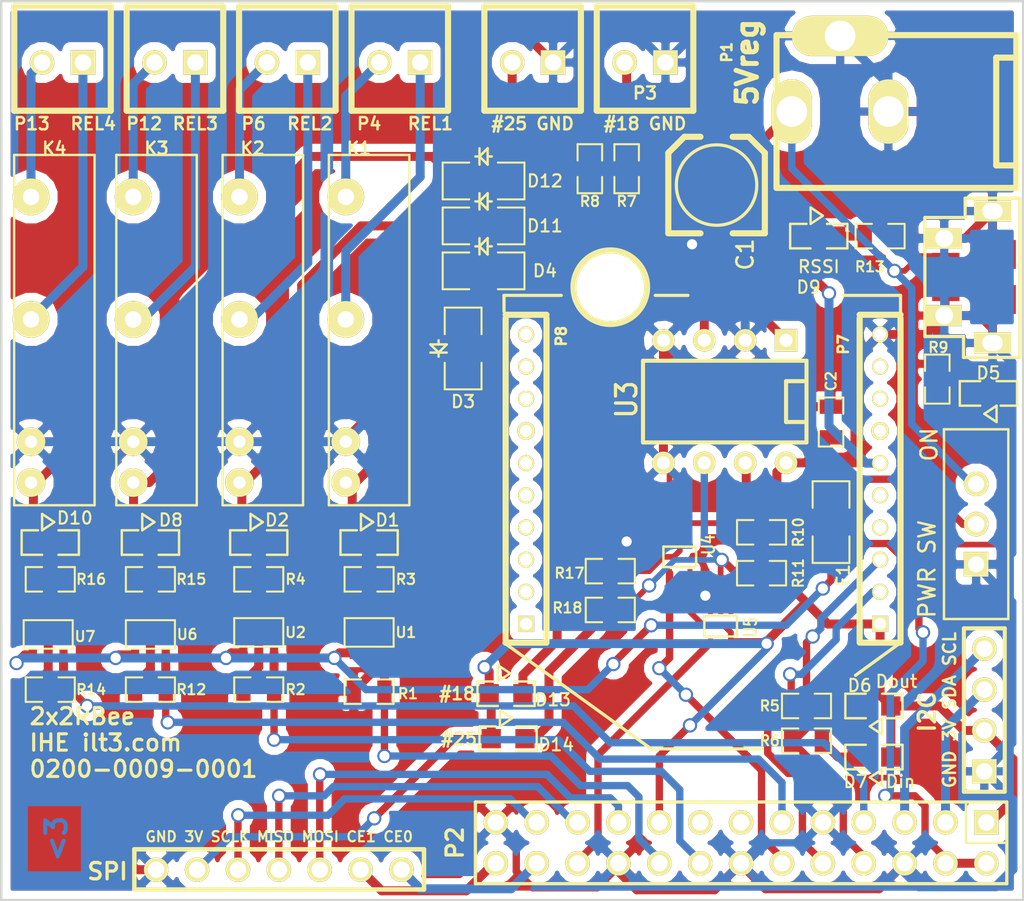
<source format=kicad_pcb>
(kicad_pcb (version 3) (host pcbnew "(2013-mar-13)-testing")
  (title_block (title 2x2RPi) (rev 01) (company "I Heart Engineering") (comment 1 "Designed by Carlos Chinchilla"))
  (layers (15 F.Cu signal) (0 B.Cu signal) (18 B.Paste user) (19 F.Paste user) (20 B.SilkS user) (21 F.SilkS user) (22 B.Mask user) (23 F.Mask user) (28 Edge.Cuts user))
  (net 0 "")
  (net 1 /3V3)
  (net 2 /5V-RPI)
  (net 3 /5V-Relay1)
  (net 4 /5V-Relay2)
  (net 5 /5V-Relay3)
  (net 6 /5V-Relay4)
  (net 7 /5Vreg)
  (net 8 /CE0)
  (net 9 /CE1)
  (net 10 /Din)
  (net 11 /Dout)
  (net 12 /GPIO_17)
  (net 13 /GPIO_18)
  (net 14 /GPIO_23)
  (net 15 /GPIO_24)
  (net 16 /GPIO_25)
  (net 17 /GPIO_4)
  (net 18 /IN_18)
  (net 19 /IN_25)
  (net 20 /MISO)
  (net 21 /MOSI)
  (net 22 /RSSI)
  (net 23 /SCL)
  (net 24 /SCLK)
  (net 25 /SDA)
  (net 26 GND)
  (net 27 N-000001)
  (net 28 N-0000010)
  (net 29 N-0000011)
  (net 30 N-0000012)
  (net 31 N-0000013)
  (net 32 N-0000014)
  (net 33 N-0000015)
  (net 34 N-0000016)
  (net 35 N-0000017)
  (net 36 N-0000020)
  (net 37 N-0000021)
  (net 38 N-0000025)
  (net 39 N-0000027)
  (net 40 N-0000028)
  (net 41 N-0000032)
  (net 42 N-0000033)
  (net 43 N-000004)
  (net 44 N-0000040)
  (net 45 N-0000041)
  (net 46 N-0000042)
  (net 47 N-0000044)
  (net 48 N-0000046)
  (net 49 N-0000047)
  (net 50 N-0000048)
  (net 51 N-000005)
  (net 52 N-0000050)
  (net 53 N-0000051)
  (net 54 N-0000052)
  (net 55 N-0000054)
  (net 56 N-0000055)
  (net 57 N-0000056)
  (net 58 N-0000057)
  (net 59 N-0000058)
  (net 60 N-0000059)
  (net 61 N-000006)
  (net 62 N-0000060)
  (net 63 N-0000063)
  (net 64 N-0000064)
  (net 65 N-0000065)
  (net 66 N-0000066)
  (net 67 N-0000068)
  (net 68 N-000007)
  (net 69 N-000008)
  (net 70 N-000009)
  (module LED_SMD_0805 (layer F.Cu) (at 103.886 92.329)
    (fp_text reference D14 (at 2.9845 0.381 180) (layer F.SilkS) (effects (font (size 0.762 0.762) (thickness 0.127))))
    (fp_text value LED hide)
    (fp_text user "#25" (at -3.048 0) (layer F.SilkS) (effects (font (size 0.762 0.762))))
    (pad 1 smd rect (at -1.04902 0) (size 1.19888 1.19888) (layers F.Cu F.Paste F.Mask) (net 1 /3V3))
    (pad 2 smd rect (at 1.04902 0) (size 1.19888 1.19888) (layers F.Cu F.Paste F.Mask) (net 36 N-0000020))
  )
  (module LED_SMD_0805 (layer F.Cu) (at 103.759 89.535)
    (fp_text reference D13 (at 2.921 0.381 180) (layer F.SilkS) (effects (font (size 0.762 0.762) (thickness 0.127))))
    (fp_text value LED hide)
    (fp_text user "#18" (at -3.048 0) (layer F.SilkS) (effects (font (size 0.762 0.762))))
    (pad 1 smd rect (at -1.04902 0) (size 1.19888 1.19888) (layers F.Cu F.Paste F.Mask) (net 1 /3V3))
    (pad 2 smd rect (at 1.04902 0) (size 1.19888 1.19888) (layers F.Cu F.Paste F.Mask) (net 37 N-0000021))
  )
  (module pin_array_7x1 (layer F.Cu) (at 89.662 100.457)
    (fp_text reference P9 hide)
    (fp_text value SPI (at -10.668 0.127) (layer F.SilkS) (effects (font (size 1.016 1.016) (thickness 0.2032))))
    (fp_text user "GND 3V SCLK MISO MOSI CE1 CE0" (at 0 -2.032) (layer F.SilkS) (effects (font (size 0.635 0.635) (thickness 0.127))))
    (pad 1 thru_hole circle (at -7.64286 0.01778) (size 1.524 1.524) (drill 1.016) (layers *.Cu *.Mask F.SilkS) (net 26 GND))
    (pad 2 thru_hole circle (at -5.10032 0.02032) (size 1.524 1.524) (drill 1.016) (layers *.Cu *.Mask F.SilkS) (net 1 /3V3))
    (pad 3 thru_hole circle (at -2.56032 0.02032) (size 1.524 1.524) (drill 1.016) (layers *.Cu *.Mask F.SilkS) (net 24 /SCLK))
    (pad 4 thru_hole circle (at -0.02032 0.02032) (size 1.524 1.524) (drill 1.016) (layers *.Cu *.Mask F.SilkS) (net 20 /MISO))
    (pad 5 thru_hole circle (at 2.51968 0.02032) (size 1.524 1.524) (drill 1.016) (layers *.Cu *.Mask F.SilkS) (net 21 /MOSI))
    (pad 6 thru_hole circle (at 5.05968 0.02032) (size 1.524 1.524) (drill 1.016) (layers *.Cu *.Mask F.SilkS) (net 9 /CE1))
    (pad 7 thru_hole circle (at 7.59968 0.02032) (size 1.524 1.524) (drill 1.016) (layers *.Cu *.Mask F.SilkS) (net 8 /CE0))
  )
  (module PIN_ARRAY_4x1 (layer F.Cu) (at 133.477 90.551 90)
    (fp_text reference P10 hide)
    (fp_text value I2C (at -0.127 -3.556 90) (layer F.SilkS) (effects (font (size 1.016 1.016) (thickness 0.2032))))
    (fp_text user "GND 3V SDA SCL" (at 0 -2.159 90) (layer F.SilkS) (effects (font (size 0.762 0.762))))
    (pad 1 thru_hole rect (at -3.81 0 90) (size 1.524 1.524) (drill 1.016) (layers *.Cu *.Mask F.SilkS) (net 26 GND))
    (pad 2 thru_hole circle (at -1.27 0 90) (size 1.524 1.524) (drill 1.016) (layers *.Cu *.Mask F.SilkS) (net 1 /3V3))
    (pad 3 thru_hole circle (at 1.27 0 90) (size 1.524 1.524) (drill 1.016) (layers *.Cu *.Mask F.SilkS) (net 25 /SDA))
    (pad 4 thru_hole circle (at 3.81 0 90) (size 1.524 1.524) (drill 1.016) (layers *.Cu *.Mask F.SilkS) (net 23 /SCL))
  )
  (module pin_array_13x2 (layer F.Cu) (at 118.364 98.806 180)
    (fp_text reference P2 (at 17.78 0 270) (layer F.SilkS) (effects (font (size 1.016 1.016) (thickness 0.2032))))
    (fp_text value CONN_13X2 hide)
    (pad 1 thru_hole rect (at -15.24 1.27 180) (size 1.524 1.524) (drill 1.016) (layers *.Cu *.Mask F.SilkS) (net 1 /3V3))
    (pad 2 thru_hole circle (at -15.24 -1.27 180) (size 1.524 1.524) (drill 1.016) (layers *.Cu *.Mask F.SilkS) (net 2 /5V-RPI))
    (pad 3 thru_hole circle (at -12.7 1.27 180) (size 1.524 1.524) (drill 1.016) (layers *.Cu *.Mask F.SilkS) (net 25 /SDA))
    (pad 4 thru_hole circle (at -12.7 -1.27 180) (size 1.524 1.524) (drill 1.016) (layers *.Cu *.Mask F.SilkS) (net 2 /5V-RPI))
    (pad 5 thru_hole circle (at -10.16 1.27 180) (size 1.524 1.524) (drill 1.016) (layers *.Cu *.Mask F.SilkS) (net 23 /SCL))
    (pad 6 thru_hole circle (at -10.16 -1.27 180) (size 1.524 1.524) (drill 1.016) (layers *.Cu *.Mask F.SilkS) (net 26 GND))
    (pad 7 thru_hole circle (at -7.62 1.27 180) (size 1.524 1.524) (drill 1.016) (layers *.Cu *.Mask F.SilkS) (net 17 /GPIO_4))
    (pad 8 thru_hole circle (at -7.62 -1.27 180) (size 1.524 1.524) (drill 1.016) (layers *.Cu *.Mask F.SilkS) (net 10 /Din))
    (pad 9 thru_hole circle (at -5.08 1.27 180) (size 1.524 1.524) (drill 1.016) (layers *.Cu *.Mask F.SilkS) (net 26 GND))
    (pad 10 thru_hole circle (at -5.08 -1.27 180) (size 1.524 1.524) (drill 1.016) (layers *.Cu *.Mask F.SilkS) (net 11 /Dout))
    (pad 11 thru_hole circle (at -2.54 1.27 180) (size 1.524 1.524) (drill 1.016) (layers *.Cu *.Mask F.SilkS) (net 12 /GPIO_17))
    (pad 12 thru_hole circle (at -2.54 -1.27 180) (size 1.524 1.524) (drill 1.016) (layers *.Cu *.Mask F.SilkS) (net 13 /GPIO_18))
    (pad 13 thru_hole circle (at 0 1.27 180) (size 1.524 1.524) (drill 1.016) (layers *.Cu *.Mask F.SilkS) (net 59 N-0000058))
    (pad 14 thru_hole circle (at 0 -1.27 180) (size 1.524 1.524) (drill 1.016) (layers *.Cu *.Mask F.SilkS) (net 26 GND))
    (pad 15 thru_hole circle (at 2.54 1.27 180) (size 1.524 1.524) (drill 1.016) (layers *.Cu *.Mask F.SilkS) (net 60 N-0000059))
    (pad 16 thru_hole circle (at 2.54 -1.27 180) (size 1.524 1.524) (drill 1.016) (layers *.Cu *.Mask F.SilkS) (net 14 /GPIO_23))
    (pad 17 thru_hole circle (at 5.08 1.27 180) (size 1.524 1.524) (drill 1.016) (layers *.Cu *.Mask F.SilkS) (net 1 /3V3))
    (pad 18 thru_hole circle (at 5.08 -1.27 180) (size 1.524 1.524) (drill 1.016) (layers *.Cu *.Mask F.SilkS) (net 15 /GPIO_24))
    (pad 19 thru_hole circle (at 7.62 1.27 180) (size 1.524 1.524) (drill 1.016) (layers *.Cu *.Mask F.SilkS) (net 21 /MOSI))
    (pad 20 thru_hole circle (at 7.62 -1.27 180) (size 1.524 1.524) (drill 1.016) (layers *.Cu *.Mask F.SilkS) (net 26 GND))
    (pad 21 thru_hole circle (at 10.16 1.27 180) (size 1.524 1.524) (drill 1.016) (layers *.Cu *.Mask F.SilkS) (net 20 /MISO))
    (pad 22 thru_hole circle (at 10.16 -1.27 180) (size 1.524 1.524) (drill 1.016) (layers *.Cu *.Mask F.SilkS) (net 16 /GPIO_25))
    (pad 23 thru_hole circle (at 12.7 1.27 180) (size 1.524 1.524) (drill 1.016) (layers *.Cu *.Mask F.SilkS) (net 24 /SCLK))
    (pad 24 thru_hole circle (at 12.7 -1.27 180) (size 1.524 1.524) (drill 1.016) (layers *.Cu *.Mask F.SilkS) (net 8 /CE0))
    (pad 25 thru_hole circle (at 15.24 1.27 180) (size 1.524 1.524) (drill 1.016) (layers *.Cu *.Mask F.SilkS) (net 26 GND))
    (pad 26 thru_hole circle (at 15.24 -1.27 180) (size 1.524 1.524) (drill 1.016) (layers *.Cu *.Mask F.SilkS) (net 9 /CE1))
  )
  (module SM1206_diode (layer F.Cu) (at 102.362 63.246 180)
    (fp_text reference D4 (at -3.81 0 180) (layer F.SilkS) (effects (font (size 0.762 0.762) (thickness 0.127))))
    (fp_text value DIODE hide)
    (pad 1 smd rect (at -1.651 0 180) (size 1.524 2.032) (layers F.Cu F.Paste F.Mask) (net 26 GND))
    (pad 2 smd rect (at 1.651 0 180) (size 1.524 2.032) (layers F.Cu F.Paste F.Mask) (net 4 /5V-Relay2))
  )
  (module pin_array_10x1,2mm (layer F.Cu) (at 105.0036 76.2 90)
    (fp_text reference P8 (at 8.89 2.1844 90) (layer F.SilkS) (effects (font (size 0.635 0.635) (thickness 0.15875))))
    (fp_text value CONN_10 hide)
    (pad 1 thru_hole rect (at -9 0 90) (size 1 1) (drill 0.75) (layers *.Cu *.Mask F.SilkS) (net 31 N-0000013))
    (pad 2 thru_hole circle (at -7 0 90) (size 1 1) (drill 0.75) (layers *.Cu *.Mask F.SilkS) (net 30 N-0000012))
    (pad 3 thru_hole circle (at -5 0 90) (size 1 1) (drill 0.75) (layers *.Cu *.Mask F.SilkS) (net 29 N-0000011))
    (pad 4 thru_hole circle (at -3 0 90) (size 1 1) (drill 0.75) (layers *.Cu *.Mask F.SilkS) (net 28 N-0000010))
    (pad 5 thru_hole circle (at -1 0 90) (size 1 1) (drill 0.75) (layers *.Cu *.Mask F.SilkS) (net 70 N-000009))
    (pad 6 thru_hole circle (at 1 0 90) (size 1 1) (drill 0.75) (layers *.Cu *.Mask F.SilkS) (net 69 N-000008))
    (pad 7 thru_hole circle (at 3 0 90) (size 1.1 1.1) (drill 0.75) (layers *.Cu *.Mask F.SilkS) (net 68 N-000007))
    (pad 8 thru_hole circle (at 5 0 90) (size 1 1) (drill 0.75) (layers *.Cu *.Mask F.SilkS) (net 61 N-000006))
    (pad 9 thru_hole circle (at 7 0 90) (size 1 1) (drill 0.75) (layers *.Cu *.Mask F.SilkS) (net 51 N-000005))
    (pad 10 thru_hole circle (at 9 0 90) (size 1 1) (drill 0.75) (layers *.Cu *.Mask F.SilkS) (net 43 N-000004))
  )
  (module "PIN_ARRAY_2X1_Screw Terminal" (layer F.Cu) (at 112.395 50.292 180)
    (fp_text reference P3 (at 0 -1.905 180) (layer F.SilkS) (effects (font (size 0.762 0.762) (thickness 0.1524))))
    (fp_text value IN_18 hide)
    (fp_text user "#18 GND" (at 0 -3.81 180) (layer F.SilkS) (effects (font (size 0.762 0.762))))
    (pad 1 thru_hole rect (at -1.27 0 180) (size 1.524 1.524) (drill 1.016) (layers *.Cu *.Mask F.SilkS) (net 26 GND))
    (pad 2 thru_hole circle (at 1.27 0 180) (size 1.524 1.524) (drill 1.016) (layers *.Cu *.Mask F.SilkS) (net 18 /IN_18))
  )
  (module SM0805_NonPol (layer F.Cu) (at 88.392 82.423)
    (fp_text reference R4 (at 2.286 0 180) (layer F.SilkS) (effects (font (size 0.635 0.635) (thickness 0.127))))
    (fp_text value 1k hide)
    (pad 1 smd rect (at -0.9525 0) (size 0.889 1.397) (layers F.Cu F.Paste F.Mask) (net 26 GND))
    (pad 2 smd rect (at 0.9525 0) (size 0.889 1.397) (layers F.Cu F.Paste F.Mask) (net 66 N-0000066))
  )
  (module SW_Slide_6x2mm (layer F.Cu) (at 132.969 78.994 90)
    (fp_text reference SW1 hide)
    (fp_text value "PWR SW" (at -2.794 -3.048 90) (layer F.SilkS) (effects (font (size 1.016 1.016) (thickness 0.1524))))
    (fp_text user ON (at 4.953 -2.921 90) (layer F.SilkS))
    (pad 1 thru_hole rect (at -2.49936 0 90) (size 1.524 1.524) (drill 0.998218) (layers *.Cu *.Mask F.SilkS) (net 26 GND))
    (pad 2 thru_hole circle (at 0 0 90) (size 1.524 1.524) (drill 1.016) (layers *.Cu *.Mask F.SilkS) (net 62 N-0000060))
    (pad 3 thru_hole circle (at 2.49936 0 90) (size 1.524 1.524) (drill 0.998218) (layers *.Cu *.Mask F.SilkS) (net 7 /5Vreg))
  )
  (module SOT23-5 (layer F.Cu) (at 88.392 85.725)
    (fp_text reference U2 (at 2.286 0 180) (layer F.SilkS) (effects (font (size 0.635 0.635) (thickness 0.127))))
    (fp_text value LowCurVReg hide)
    (pad 1 smd rect (at -0.9525 1.27) (size 0.508 0.762) (layers F.Cu F.Paste F.Mask) (net 2 /5V-RPI))
    (pad 3 smd rect (at 0.9525 1.27) (size 0.508 0.762) (layers F.Cu F.Paste F.Mask) (net 14 /GPIO_23))
    (pad 5 smd rect (at -0.9525 -1.27) (size 0.508 0.762) (layers F.Cu F.Paste F.Mask) (net 4 /5V-Relay2))
    (pad 2 smd rect (at 0 1.27) (size 0.508 0.762) (layers F.Cu F.Paste F.Mask) (net 26 GND))
    (pad 4 smd rect (at 0.9525 -1.27) (size 0.508 0.762) (layers F.Cu F.Paste F.Mask))
  )
  (module SOT23-5 (layer F.Cu) (at 95.25 85.725)
    (fp_text reference U1 (at 2.286 0) (layer F.SilkS) (effects (font (size 0.635 0.635) (thickness 0.127))))
    (fp_text value LowCurVReg hide)
    (pad 1 smd rect (at -0.9525 1.27) (size 0.508 0.762) (layers F.Cu F.Paste F.Mask) (net 2 /5V-RPI))
    (pad 3 smd rect (at 0.9525 1.27) (size 0.508 0.762) (layers F.Cu F.Paste F.Mask) (net 15 /GPIO_24))
    (pad 5 smd rect (at -0.9525 -1.27) (size 0.508 0.762) (layers F.Cu F.Paste F.Mask) (net 3 /5V-Relay1))
    (pad 2 smd rect (at 0 1.27) (size 0.508 0.762) (layers F.Cu F.Paste F.Mask) (net 26 GND))
    (pad 4 smd rect (at 0.9525 -1.27) (size 0.508 0.762) (layers F.Cu F.Paste F.Mask))
  )
  (module SM0805_NonPol (layer F.Cu) (at 95.25 82.423)
    (fp_text reference R3 (at 2.286 0) (layer F.SilkS) (effects (font (size 0.635 0.635) (thickness 0.127))))
    (fp_text value 1k hide)
    (pad 1 smd rect (at -0.9525 0) (size 0.889 1.397) (layers F.Cu F.Paste F.Mask) (net 26 GND))
    (pad 2 smd rect (at 0.9525 0) (size 0.889 1.397) (layers F.Cu F.Paste F.Mask) (net 67 N-0000068))
  )
  (module SM0805_NonPol (layer F.Cu) (at 95.25 89.408)
    (fp_text reference R1 (at 2.413 0.127 180) (layer F.SilkS) (effects (font (size 0.635 0.635) (thickness 0.127))))
    (fp_text value 1k hide)
    (pad 1 smd rect (at -0.9525 0) (size 0.889 1.397) (layers F.Cu F.Paste F.Mask) (net 26 GND))
    (pad 2 smd rect (at 0.9525 0) (size 0.889 1.397) (layers F.Cu F.Paste F.Mask) (net 15 /GPIO_24))
  )
  (module SM0805_NonPol (layer F.Cu) (at 88.392 89.281)
    (fp_text reference R2 (at 2.286 0 180) (layer F.SilkS) (effects (font (size 0.635 0.635) (thickness 0.127))))
    (fp_text value 1k hide)
    (pad 1 smd rect (at -0.9525 0) (size 0.889 1.397) (layers F.Cu F.Paste F.Mask) (net 26 GND))
    (pad 2 smd rect (at 0.9525 0) (size 0.889 1.397) (layers F.Cu F.Paste F.Mask) (net 14 /GPIO_23))
  )
  (module SOT353 (layer F.Cu) (at 117.094 85.344 270)
    (fp_text reference U5 (at 0.0508 -1.8542 270) (layer F.SilkS) (effects (font (size 0.762 0.635) (thickness 0.127))))
    (fp_text value INVERTER-1CH hide)
    (pad 1 smd rect (at -1.016 -0.635 270) (size 0.508 0.3048) (layers F.Cu F.Paste F.Mask) (net 54 N-0000052))
    (pad 3 smd rect (at -1.016 0.635 270) (size 0.508 0.3048) (layers F.Cu F.Paste F.Mask) (net 26 GND))
    (pad 5 smd rect (at 1.016 -0.635 270) (size 0.508 0.3048) (layers F.Cu F.Paste F.Mask) (net 1 /3V3))
    (pad 2 smd rect (at -1.016 0 270) (size 0.508 0.3048) (layers F.Cu F.Paste F.Mask) (net 48 N-0000046))
    (pad 4 smd rect (at 1.016 0.635 270) (size 0.508 0.3048) (layers F.Cu F.Paste F.Mask) (net 16 /GPIO_25))
  )
  (module "PIN_ARRAY_2X1_Screw Terminal" (layer F.Cu) (at 97.155 50.292 180)
    (fp_text reference P4 (at 1.905 -3.81 180) (layer F.SilkS) (effects (font (size 0.762 0.762) (thickness 0.1524))))
    (fp_text value REL1 (at -1.905 -3.81 180) (layer F.SilkS) (effects (font (size 0.762 0.762) (thickness 0.1524))))
    (pad 1 thru_hole rect (at -1.27 0 180) (size 1.524 1.524) (drill 1.016) (layers *.Cu *.Mask F.SilkS) (net 50 N-0000048))
    (pad 2 thru_hole circle (at 1.27 0 180) (size 1.524 1.524) (drill 1.016) (layers *.Cu *.Mask F.SilkS) (net 49 N-0000047))
  )
  (module PJ-102A (layer F.Cu) (at 128.016 53.34 180)
    (fp_text reference P1 (at 10.541 3.683 270) (layer F.SilkS) (effects (font (size 0.635 0.635) (thickness 0.15875))))
    (fp_text value 5Vreg (at 9.271 3.048 450) (layer F.SilkS) (effects (font (size 1.27 1.27) (thickness 0.3048))))
    (pad 3 thru_hole oval (at 3.50012 4.699 180) (size 5.99948 2.49936) (drill 1.89992) (layers *.Cu *.Mask F.SilkS) (net 26 GND))
    (pad 2 thru_hole oval (at 0.50038 0 180) (size 2.49936 4.0005) (drill 1.89992) (layers *.Cu *.Mask F.SilkS) (net 26 GND))
    (pad 1 thru_hole oval (at 6.49986 0 180) (size 2.49936 4.0005) (drill 1.89992) (layers *.Cu *.Mask F.SilkS) (net 7 /5Vreg))
  )
  (module SM0805_NonPol (layer F.Cu) (at 111.252 56.896 270)
    (fp_text reference R7 (at 2.032 0 360) (layer F.SilkS) (effects (font (size 0.635 0.635) (thickness 0.127))))
    (fp_text value 680 hide)
    (pad 1 smd rect (at -0.9525 0 270) (size 0.889 1.397) (layers F.Cu F.Paste F.Mask) (net 18 /IN_18))
    (pad 2 smd rect (at 0.9525 0 270) (size 0.889 1.397) (layers F.Cu F.Paste F.Mask) (net 58 N-0000057))
  )
  (module SM0805_NonPol (layer F.Cu) (at 108.966 56.896 270)
    (fp_text reference R8 (at 2.032 0 360) (layer F.SilkS) (effects (font (size 0.635 0.635) (thickness 0.127))))
    (fp_text value 680 hide)
    (pad 1 smd rect (at -0.9525 0 270) (size 0.889 1.397) (layers F.Cu F.Paste F.Mask) (net 19 /IN_25))
    (pad 2 smd rect (at 0.9525 0 270) (size 0.889 1.397) (layers F.Cu F.Paste F.Mask) (net 57 N-0000056))
  )
  (module SM0805_NonPol (layer F.Cu) (at 130.556 69.977 270)
    (fp_text reference R9 (at -1.9685 -0.0635 360) (layer F.SilkS) (effects (font (size 0.635 0.635) (thickness 0.127))))
    (fp_text value 1k hide)
    (pad 1 smd rect (at -0.9525 0 270) (size 0.889 1.397) (layers F.Cu F.Paste F.Mask) (net 26 GND))
    (pad 2 smd rect (at 0.9525 0 270) (size 0.889 1.397) (layers F.Cu F.Paste F.Mask) (net 63 N-0000063))
  )
  (module SMD_CAP_5m (layer F.Cu) (at 116.84 57.912 270)
    (fp_text reference C1 (at 4.318 -1.778 270) (layer F.SilkS) (effects (font (size 1.016 1.016) (thickness 0.15748))))
    (fp_text value 10uF hide)
    (pad 1 smd rect (at -2.99466 0 270) (size 2.49936 0.99822) (layers F.Cu F.Paste F.Mask) (net 7 /5Vreg))
    (pad 2 smd rect (at 2.9972 0 270) (size 2.49936 0.99822) (layers F.Cu F.Paste F.Mask) (net 26 GND))
  )
  (module SM0805_NonPol (layer F.Cu) (at 119.634 79.502)
    (fp_text reference R10 (at 2.286 0 90) (layer F.SilkS) (effects (font (size 0.635 0.635) (thickness 0.127))))
    (fp_text value 1k hide)
    (pad 1 smd rect (at -0.9525 0) (size 0.889 1.397) (layers F.Cu F.Paste F.Mask) (net 55 N-0000054))
    (pad 2 smd rect (at 0.9525 0) (size 0.889 1.397) (layers F.Cu F.Paste F.Mask) (net 1 /3V3))
  )
  (module SM0805_NonPol (layer F.Cu) (at 119.634 82.042)
    (fp_text reference R11 (at 2.286 0 90) (layer F.SilkS) (effects (font (size 0.635 0.635) (thickness 0.127))))
    (fp_text value 1k hide)
    (pad 1 smd rect (at -0.9525 0) (size 0.889 1.397) (layers F.Cu F.Paste F.Mask) (net 48 N-0000046))
    (pad 2 smd rect (at 0.9525 0) (size 0.889 1.397) (layers F.Cu F.Paste F.Mask) (net 1 /3V3))
  )
  (module DIP-8__300 (layer F.Cu) (at 117.348 71.374 180)
    (fp_text reference U3 (at 6.096 0.127 270) (layer F.SilkS) (effects (font (size 1.27 1.143) (thickness 0.2032))))
    (fp_text value TLP2531 hide)
    (pad 1 thru_hole rect (at -3.81 3.81 180) (size 1.397 1.397) (drill 0.8128) (layers *.Cu *.Mask F.SilkS) (net 58 N-0000057))
    (pad 2 thru_hole circle (at -1.27 3.81 180) (size 1.397 1.397) (drill 0.8128) (layers *.Cu *.Mask F.SilkS) (net 26 GND))
    (pad 3 thru_hole circle (at 1.27 3.81 180) (size 1.397 1.397) (drill 0.8128) (layers *.Cu *.Mask F.SilkS) (net 57 N-0000056))
    (pad 4 thru_hole circle (at 3.81 3.81 180) (size 1.397 1.397) (drill 0.8128) (layers *.Cu *.Mask F.SilkS) (net 26 GND))
    (pad 5 thru_hole circle (at 3.81 -3.81 180) (size 1.397 1.397) (drill 0.8128) (layers *.Cu *.Mask F.SilkS) (net 26 GND))
    (pad 6 thru_hole circle (at 1.27 -3.81 180) (size 1.397 1.397) (drill 0.8128) (layers *.Cu *.Mask F.SilkS) (net 48 N-0000046))
    (pad 7 thru_hole circle (at -1.27 -3.81 180) (size 1.397 1.397) (drill 0.8128) (layers *.Cu *.Mask F.SilkS) (net 55 N-0000054))
    (pad 8 thru_hole circle (at -3.81 -3.81 180) (size 1.397 1.397) (drill 0.8128) (layers *.Cu *.Mask F.SilkS) (net 1 /3V3))
  )
  (module SOT353 (layer F.Cu) (at 114.554 81.026 270)
    (fp_text reference U4 (at -0.762 -1.778 450) (layer F.SilkS) (effects (font (size 0.762 0.635) (thickness 0.127))))
    (fp_text value INVERTER-1CH hide)
    (pad 1 smd rect (at -1.016 -0.635 270) (size 0.508 0.3048) (layers F.Cu F.Paste F.Mask) (net 56 N-0000055))
    (pad 3 smd rect (at -1.016 0.635 270) (size 0.508 0.3048) (layers F.Cu F.Paste F.Mask) (net 26 GND))
    (pad 5 smd rect (at 1.016 -0.635 270) (size 0.508 0.3048) (layers F.Cu F.Paste F.Mask) (net 1 /3V3))
    (pad 2 smd rect (at -1.016 0 270) (size 0.508 0.3048) (layers F.Cu F.Paste F.Mask) (net 55 N-0000054))
    (pad 4 smd rect (at 1.016 0.635 270) (size 0.508 0.3048) (layers F.Cu F.Paste F.Mask) (net 13 /GPIO_18))
  )
  (module "PIN_ARRAY_2X1_Screw Terminal" (layer F.Cu) (at 90.17 50.292 180)
    (fp_text reference P6 (at 2.0955 -3.81 180) (layer F.SilkS) (effects (font (size 0.762 0.762) (thickness 0.1524))))
    (fp_text value REL2 (at -1.397 -3.81 180) (layer F.SilkS) (effects (font (size 0.762 0.762) (thickness 0.1524))))
    (pad 1 thru_hole rect (at -1.27 0 180) (size 1.524 1.524) (drill 1.016) (layers *.Cu *.Mask F.SilkS) (net 53 N-0000051))
    (pad 2 thru_hole circle (at 1.27 0 180) (size 1.524 1.524) (drill 1.016) (layers *.Cu *.Mask F.SilkS) (net 52 N-0000050))
  )
  (module 1pin_NPTH_Mechanical_M3_Screw (layer F.Cu) (at 110.236 64.262)
    (fp_text reference 1PIN hide)
    (fp_text value P*** hide)
    (pad "" np_thru_hole circle (at 0 0) (size 3.2004 3.2004) (drill 3.2004) (layers *.Cu *.Mask F.SilkS))
  )
  (module SM0805_NonPol (layer F.Cu) (at 123.952 72.644 90)
    (fp_text reference C2 (at 2.54 0 90) (layer F.SilkS) (effects (font (size 0.635 0.635) (thickness 0.127))))
    (fp_text value 0.1uF hide)
    (pad 1 smd rect (at -0.9525 0 90) (size 0.889 1.397) (layers F.Cu F.Paste F.Mask) (net 1 /3V3))
    (pad 2 smd rect (at 0.9525 0 90) (size 0.889 1.397) (layers F.Cu F.Paste F.Mask) (net 26 GND))
  )
  (module SM0805_NonPol (layer F.Cu) (at 122.428 90.297)
    (fp_text reference R5 (at -2.286 0) (layer F.SilkS) (effects (font (size 0.635 0.635) (thickness 0.127))))
    (fp_text value 1k hide)
    (pad 1 smd rect (at -0.9525 0) (size 0.889 1.397) (layers F.Cu F.Paste F.Mask) (net 11 /Dout))
    (pad 2 smd rect (at 0.9525 0) (size 0.889 1.397) (layers F.Cu F.Paste F.Mask) (net 40 N-0000028))
  )
  (module SM0805_NonPol (layer F.Cu) (at 122.428 92.456)
    (fp_text reference R6 (at -2.286 0) (layer F.SilkS) (effects (font (size 0.635 0.635) (thickness 0.127))))
    (fp_text value 1k hide)
    (pad 1 smd rect (at -0.9525 0) (size 0.889 1.397) (layers F.Cu F.Paste F.Mask) (net 10 /Din))
    (pad 2 smd rect (at 0.9525 0) (size 0.889 1.397) (layers F.Cu F.Paste F.Mask) (net 39 N-0000027))
  )
  (module SM0805_NonPol (layer F.Cu) (at 127 61.087 180)
    (fp_text reference R13 (at 0.635 -1.905 180) (layer F.SilkS) (effects (font (size 0.635 0.635) (thickness 0.127))))
    (fp_text value 1k hide)
    (pad 1 smd rect (at -0.9525 0 180) (size 0.889 1.397) (layers F.Cu F.Paste F.Mask) (net 26 GND))
    (pad 2 smd rect (at 0.9525 0 180) (size 0.889 1.397) (layers F.Cu F.Paste F.Mask) (net 38 N-0000025))
  )
  (module pin_array_10x1,2mm (layer F.Cu) (at 127 76.2 90)
    (fp_text reference P7 (at 8.382 -2.286 90) (layer F.SilkS) (effects (font (size 0.635 0.635) (thickness 0.15875))))
    (fp_text value CONN_10 hide)
    (pad 1 thru_hole rect (at -9 0 90) (size 1 1) (drill 0.75) (layers *.Cu *.Mask F.SilkS) (net 1 /3V3))
    (pad 2 thru_hole circle (at -7 0 90) (size 1 1) (drill 0.75) (layers *.Cu *.Mask F.SilkS) (net 11 /Dout))
    (pad 3 thru_hole circle (at -5 0 90) (size 1 1) (drill 0.75) (layers *.Cu *.Mask F.SilkS) (net 10 /Din))
    (pad 4 thru_hole circle (at -3 0 90) (size 1 1) (drill 0.75) (layers *.Cu *.Mask F.SilkS) (net 27 N-000001))
    (pad 5 thru_hole circle (at -1 0 90) (size 1 1) (drill 0.75) (layers *.Cu *.Mask F.SilkS) (net 32 N-0000014))
    (pad 6 thru_hole circle (at 1 0 90) (size 1 1) (drill 0.75) (layers *.Cu *.Mask F.SilkS) (net 22 /RSSI))
    (pad 7 thru_hole circle (at 3 0 90) (size 1.1 1.1) (drill 0.75) (layers *.Cu *.Mask F.SilkS) (net 33 N-0000015))
    (pad 8 thru_hole circle (at 5 0 90) (size 1 1) (drill 0.75) (layers *.Cu *.Mask F.SilkS) (net 34 N-0000016))
    (pad 9 thru_hole circle (at 7 0 90) (size 1 1) (drill 0.75) (layers *.Cu *.Mask F.SilkS) (net 35 N-0000017))
    (pad 10 thru_hole circle (at 9 0 90) (size 1 1) (drill 0.75) (layers *.Cu *.Mask F.SilkS) (net 26 GND))
  )
  (module LED_SMD_0805 (layer F.Cu) (at 123.19 61.087)
    (fp_text reference D9 (at -0.635 3.175 180) (layer F.SilkS) (effects (font (size 0.762 0.762) (thickness 0.127))))
    (fp_text value RSSI (at 0 1.905) (layer F.SilkS) (effects (font (size 0.762 0.762) (thickness 0.127))))
    (pad 1 smd rect (at -1.04902 0) (size 1.19888 1.19888) (layers F.Cu F.Paste F.Mask) (net 22 /RSSI))
    (pad 2 smd rect (at 1.04902 0) (size 1.19888 1.19888) (layers F.Cu F.Paste F.Mask) (net 38 N-0000025))
  )
  (module LED_SMD_0805 (layer F.Cu) (at 126.619 93.472 180)
    (fp_text reference D7 (at 1.143 -1.524 360) (layer F.SilkS) (effects (font (size 0.762 0.762) (thickness 0.127))))
    (fp_text value Din (at -1.651 -1.524 360) (layer F.SilkS) (effects (font (size 0.762 0.762) (thickness 0.127))))
    (pad 1 smd rect (at -1.04902 0 180) (size 1.19888 1.19888) (layers F.Cu F.Paste F.Mask) (net 1 /3V3))
    (pad 2 smd rect (at 1.04902 0 180) (size 1.19888 1.19888) (layers F.Cu F.Paste F.Mask) (net 39 N-0000027))
  )
  (module LED_SMD_0805 (layer F.Cu) (at 126.619 90.297 180)
    (fp_text reference D6 (at 0.889 1.27 360) (layer F.SilkS) (effects (font (size 0.762 0.762) (thickness 0.127))))
    (fp_text value Dout (at -1.397 1.524 360) (layer F.SilkS) (effects (font (size 0.762 0.762) (thickness 0.127))))
    (pad 1 smd rect (at -1.04902 0 180) (size 1.19888 1.19888) (layers F.Cu F.Paste F.Mask) (net 1 /3V3))
    (pad 2 smd rect (at 1.04902 0 180) (size 1.19888 1.19888) (layers F.Cu F.Paste F.Mask) (net 40 N-0000028))
  )
  (module LED_SMD_0805 (layer F.Cu) (at 88.392 80.137)
    (fp_text reference D2 (at 1.143 -1.397 180) (layer F.SilkS) (effects (font (size 0.762 0.762) (thickness 0.127))))
    (fp_text value LED hide)
    (pad 1 smd rect (at -1.04902 0) (size 1.19888 1.19888) (layers F.Cu F.Paste F.Mask) (net 4 /5V-Relay2))
    (pad 2 smd rect (at 1.04902 0) (size 1.19888 1.19888) (layers F.Cu F.Paste F.Mask) (net 66 N-0000066))
  )
  (module LED_SMD_0805 (layer F.Cu) (at 95.25 80.137)
    (fp_text reference D1 (at 1.143 -1.397 180) (layer F.SilkS) (effects (font (size 0.762 0.762) (thickness 0.127))))
    (fp_text value LED hide)
    (pad 1 smd rect (at -1.04902 0) (size 1.19888 1.19888) (layers F.Cu F.Paste F.Mask) (net 3 /5V-Relay1))
    (pad 2 smd rect (at 1.04902 0) (size 1.19888 1.19888) (layers F.Cu F.Paste F.Mask) (net 67 N-0000068))
  )
  (module LED_SMD_0805 (layer F.Cu) (at 133.731 70.866 180)
    (fp_text reference D5 (at 0 1.27 360) (layer F.SilkS) (effects (font (size 0.762 0.762) (thickness 0.127))))
    (fp_text value LED hide)
    (pad 1 smd rect (at -1.04902 0 180) (size 1.19888 1.19888) (layers F.Cu F.Paste F.Mask) (net 2 /5V-RPI))
    (pad 2 smd rect (at 1.04902 0 180) (size 1.19888 1.19888) (layers F.Cu F.Paste F.Mask) (net 63 N-0000063))
  )
  (module Relay (layer F.Cu) (at 95.25 68.326 90)
    (fp_text reference K1 (at 12.7 -0.635 180) (layer F.SilkS) (effects (font (size 0.762 0.762))))
    (fp_text value RELAY hide)
    (pad 4 thru_hole circle (at 9.68 -1.45 90) (size 2.286 2.286) (drill 1.016) (layers *.Cu *.Mask F.SilkS) (net 49 N-0000047))
    (pad 3 thru_hole circle (at 2.06 -1.45 90) (size 2.286 2.286) (drill 1.016) (layers *.Cu *.Mask F.SilkS) (net 50 N-0000048))
    (pad 1 thru_hole circle (at -8.08 -1.45 90) (size 1.778 1.778) (drill 0.762) (layers *.Cu *.Mask F.SilkS) (net 3 /5V-Relay1))
    (pad 2 thru_hole circle (at -5.54 -1.45 90) (size 1.778 1.778) (drill 0.762) (layers *.Cu *.Mask F.SilkS) (net 26 GND))
  )
  (module Relay (layer F.Cu) (at 88.646 68.326 90)
    (fp_text reference K2 (at 12.7 -0.635 180) (layer F.SilkS) (effects (font (size 0.762 0.762))))
    (fp_text value RELAY hide)
    (pad 4 thru_hole circle (at 9.68 -1.45 90) (size 2.286 2.286) (drill 1.016) (layers *.Cu *.Mask F.SilkS) (net 52 N-0000050))
    (pad 3 thru_hole circle (at 2.06 -1.45 90) (size 2.286 2.286) (drill 1.016) (layers *.Cu *.Mask F.SilkS) (net 53 N-0000051))
    (pad 1 thru_hole circle (at -8.08 -1.45 90) (size 1.778 1.778) (drill 0.762) (layers *.Cu *.Mask F.SilkS) (net 4 /5V-Relay2))
    (pad 2 thru_hole circle (at -5.54 -1.45 90) (size 1.778 1.778) (drill 0.762) (layers *.Cu *.Mask F.SilkS) (net 26 GND))
  )
  (module USB_micro-female (layer F.Cu) (at 133.985 63.627 180)
    (fp_text reference PWR1 hide)
    (fp_text value USB hide)
    (pad 3 smd rect (at 2.90068 0 180) (size 1.69926 0.39878) (layers F.Cu F.Paste F.Mask) (net 64 N-0000064))
    (pad 4 smd rect (at 2.90068 -0.65024 180) (size 1.69926 0.39878) (layers F.Cu F.Paste F.Mask) (net 26 GND))
    (pad 1 smd rect (at 2.90068 1.30048 180) (size 1.69926 0.39878) (layers F.Cu F.Paste F.Mask) (net 7 /5Vreg))
    (pad 6 thru_hole rect (at 0 -4.09956 270) (size 1.30048 2.30124) (drill oval 1.00076 1.27) (layers *.Cu *.Mask F.SilkS) (net 26 GND))
    (pad 6 thru_hole rect (at 2.99974 -2.4003 270) (size 1.30048 2.20218) (drill 1.09982) (layers *.Cu *.Mask F.SilkS) (net 26 GND))
    (pad 6 thru_hole rect (at 0 4.09956 270) (size 1.30048 2.30124) (drill oval 1.00076 1.27) (layers *.Cu *.Mask F.SilkS) (net 26 GND))
    (pad 6 thru_hole rect (at 2.99974 2.4003 270) (size 1.30048 2.20218) (drill 1.09982) (layers *.Cu *.Mask F.SilkS) (net 26 GND))
    (pad 2 smd rect (at 2.90068 0.65024 180) (size 1.69926 0.39878) (layers F.Cu F.Paste F.Mask) (net 65 N-0000065))
    (pad 6 smd rect (at -0.20066 -1.39954 270) (size 1.80086 2.49936) (layers F.Cu F.Paste F.Mask) (net 26 GND))
    (pad 6 smd rect (at -0.20066 1.39954 270) (size 1.80086 2.49936) (layers F.Cu F.Paste F.Mask) (net 26 GND))
    (pad 5 smd rect (at 2.90068 -1.30048 180) (size 1.69926 0.39878) (layers F.Cu F.Paste F.Mask) (net 26 GND))
  )
  (module LED_SMD_0805 (layer F.Cu) (at 81.661 80.137)
    (fp_text reference D8 (at 1.27 -1.397 180) (layer F.SilkS) (effects (font (size 0.762 0.762) (thickness 0.127))))
    (fp_text value LED hide)
    (pad 1 smd rect (at -1.04902 0) (size 1.19888 1.19888) (layers F.Cu F.Paste F.Mask) (net 5 /5V-Relay3))
    (pad 2 smd rect (at 1.04902 0) (size 1.19888 1.19888) (layers F.Cu F.Paste F.Mask) (net 47 N-0000044))
  )
  (module LED_SMD_0805 (layer F.Cu) (at 75.438 80.137)
    (fp_text reference D10 (at 1.524 -1.524 180) (layer F.SilkS) (effects (font (size 0.762 0.762) (thickness 0.127))))
    (fp_text value LED hide)
    (pad 1 smd rect (at -1.04902 0) (size 1.19888 1.19888) (layers F.Cu F.Paste F.Mask) (net 6 /5V-Relay4))
    (pad 2 smd rect (at 1.04902 0) (size 1.19888 1.19888) (layers F.Cu F.Paste F.Mask) (net 46 N-0000042))
  )
  (module Relay (layer F.Cu) (at 82.042 68.326 90)
    (fp_text reference K3 (at 12.7 0 180) (layer F.SilkS) (effects (font (size 0.762 0.762))))
    (fp_text value RELAY hide)
    (pad 4 thru_hole circle (at 9.68 -1.45 90) (size 2.286 2.286) (drill 1.016) (layers *.Cu *.Mask F.SilkS) (net 44 N-0000040))
    (pad 3 thru_hole circle (at 2.06 -1.45 90) (size 2.286 2.286) (drill 1.016) (layers *.Cu *.Mask F.SilkS) (net 45 N-0000041))
    (pad 1 thru_hole circle (at -8.08 -1.45 90) (size 1.778 1.778) (drill 0.762) (layers *.Cu *.Mask F.SilkS) (net 5 /5V-Relay3))
    (pad 2 thru_hole circle (at -5.54 -1.45 90) (size 1.778 1.778) (drill 0.762) (layers *.Cu *.Mask F.SilkS) (net 26 GND))
  )
  (module Relay (layer F.Cu) (at 75.692 68.326 90)
    (fp_text reference K4 (at 12.7 0 180) (layer F.SilkS) (effects (font (size 0.762 0.762))))
    (fp_text value RELAY hide)
    (pad 4 thru_hole circle (at 9.68 -1.45 90) (size 2.286 2.286) (drill 1.016) (layers *.Cu *.Mask F.SilkS) (net 41 N-0000032))
    (pad 3 thru_hole circle (at 2.06 -1.45 90) (size 2.286 2.286) (drill 1.016) (layers *.Cu *.Mask F.SilkS) (net 42 N-0000033))
    (pad 1 thru_hole circle (at -8.08 -1.45 90) (size 1.778 1.778) (drill 0.762) (layers *.Cu *.Mask F.SilkS) (net 6 /5V-Relay4))
    (pad 2 thru_hole circle (at -5.54 -1.45 90) (size 1.778 1.778) (drill 0.762) (layers *.Cu *.Mask F.SilkS) (net 26 GND))
  )
  (module "PIN_ARRAY_2X1_Screw Terminal" (layer F.Cu) (at 105.41 50.292 180)
    (fp_text reference "#25 GND" (at 0 -3.81 180) (layer F.SilkS) (effects (font (size 0.762 0.762) (thickness 0.1524))))
    (fp_text value IN_25 hide)
    (pad 1 thru_hole rect (at -1.27 0 180) (size 1.524 1.524) (drill 1.016) (layers *.Cu *.Mask F.SilkS) (net 26 GND))
    (pad 2 thru_hole circle (at 1.27 0 180) (size 1.524 1.524) (drill 1.016) (layers *.Cu *.Mask F.SilkS) (net 19 /IN_25))
  )
  (module "PIN_ARRAY_2X1_Screw Terminal" (layer F.Cu) (at 83.185 50.292 180)
    (fp_text reference P12 (at 1.905 -3.81 180) (layer F.SilkS) (effects (font (size 0.762 0.762) (thickness 0.1524))))
    (fp_text value REL3 (at -1.27 -3.81 180) (layer F.SilkS) (effects (font (size 0.762 0.762) (thickness 0.1524))))
    (pad 1 thru_hole rect (at -1.27 0 180) (size 1.524 1.524) (drill 1.016) (layers *.Cu *.Mask F.SilkS) (net 45 N-0000041))
    (pad 2 thru_hole circle (at 1.27 0 180) (size 1.524 1.524) (drill 1.016) (layers *.Cu *.Mask F.SilkS) (net 44 N-0000040))
  )
  (module "PIN_ARRAY_2X1_Screw Terminal" (layer F.Cu) (at 76.2 50.292 180)
    (fp_text reference P13 (at 1.905 -3.81 180) (layer F.SilkS) (effects (font (size 0.762 0.762) (thickness 0.1524))))
    (fp_text value REL4 (at -1.905 -3.81 180) (layer F.SilkS) (effects (font (size 0.762 0.762) (thickness 0.1524))))
    (pad 1 thru_hole rect (at -1.27 0 180) (size 1.524 1.524) (drill 1.016) (layers *.Cu *.Mask F.SilkS) (net 42 N-0000033))
    (pad 2 thru_hole circle (at 1.27 0 180) (size 1.524 1.524) (drill 1.016) (layers *.Cu *.Mask F.SilkS) (net 41 N-0000032))
  )
  (module SM0805_NonPol (layer F.Cu) (at 81.661 89.281)
    (fp_text reference R12 (at 2.54 0) (layer F.SilkS) (effects (font (size 0.635 0.635) (thickness 0.127))))
    (fp_text value 1k hide)
    (pad 1 smd rect (at -0.9525 0) (size 0.889 1.397) (layers F.Cu F.Paste F.Mask) (net 26 GND))
    (pad 2 smd rect (at 0.9525 0) (size 0.889 1.397) (layers F.Cu F.Paste F.Mask) (net 12 /GPIO_17))
  )
  (module SM0805_NonPol (layer F.Cu) (at 75.438 89.281)
    (fp_text reference R14 (at 2.54 0) (layer F.SilkS) (effects (font (size 0.635 0.635) (thickness 0.127))))
    (fp_text value 1k hide)
    (pad 1 smd rect (at -0.9525 0) (size 0.889 1.397) (layers F.Cu F.Paste F.Mask) (net 26 GND))
    (pad 2 smd rect (at 0.9525 0) (size 0.889 1.397) (layers F.Cu F.Paste F.Mask) (net 17 /GPIO_4))
  )
  (module SM0805_NonPol (layer F.Cu) (at 81.661 82.423)
    (fp_text reference R15 (at 2.54 0) (layer F.SilkS) (effects (font (size 0.635 0.635) (thickness 0.127))))
    (fp_text value 1k hide)
    (pad 1 smd rect (at -0.9525 0) (size 0.889 1.397) (layers F.Cu F.Paste F.Mask) (net 26 GND))
    (pad 2 smd rect (at 0.9525 0) (size 0.889 1.397) (layers F.Cu F.Paste F.Mask) (net 47 N-0000044))
  )
  (module SM0805_NonPol (layer F.Cu) (at 75.438 82.423)
    (fp_text reference R16 (at 2.54 0) (layer F.SilkS) (effects (font (size 0.635 0.635) (thickness 0.127))))
    (fp_text value 1k hide)
    (pad 1 smd rect (at -0.9525 0) (size 0.889 1.397) (layers F.Cu F.Paste F.Mask) (net 26 GND))
    (pad 2 smd rect (at 0.9525 0) (size 0.889 1.397) (layers F.Cu F.Paste F.Mask) (net 46 N-0000042))
  )
  (module SM0805_NonPol (layer F.Cu) (at 110.236 81.915 180)
    (fp_text reference R17 (at 2.54 -0.127 180) (layer F.SilkS) (effects (font (size 0.635 0.635) (thickness 0.127))))
    (fp_text value 1k hide)
    (pad 1 smd rect (at -0.9525 0 180) (size 0.889 1.397) (layers F.Cu F.Paste F.Mask) (net 55 N-0000054))
    (pad 2 smd rect (at 0.9525 0 180) (size 0.889 1.397) (layers F.Cu F.Paste F.Mask) (net 37 N-0000021))
  )
  (module SM0805_NonPol (layer F.Cu) (at 110.236 84.328 180)
    (fp_text reference R18 (at 2.667 0.127 180) (layer F.SilkS) (effects (font (size 0.635 0.635) (thickness 0.127))))
    (fp_text value 1k hide)
    (pad 1 smd rect (at -0.9525 0 180) (size 0.889 1.397) (layers F.Cu F.Paste F.Mask) (net 48 N-0000046))
    (pad 2 smd rect (at 0.9525 0 180) (size 0.889 1.397) (layers F.Cu F.Paste F.Mask) (net 36 N-0000020))
  )
  (module SM1206_diode (layer F.Cu) (at 102.362 57.658 180)
    (fp_text reference D12 (at -3.81 0 180) (layer F.SilkS) (effects (font (size 0.762 0.762) (thickness 0.127))))
    (fp_text value DIODE hide)
    (pad 1 smd rect (at -1.651 0 180) (size 1.524 2.032) (layers F.Cu F.Paste F.Mask) (net 26 GND))
    (pad 2 smd rect (at 1.651 0 180) (size 1.524 2.032) (layers F.Cu F.Paste F.Mask) (net 6 /5V-Relay4))
  )
  (module SM1206_diode (layer F.Cu) (at 102.362 60.452 180)
    (fp_text reference D11 (at -3.81 0 180) (layer F.SilkS) (effects (font (size 0.762 0.762) (thickness 0.127))))
    (fp_text value DIODE hide)
    (pad 1 smd rect (at -1.651 0 180) (size 1.524 2.032) (layers F.Cu F.Paste F.Mask) (net 26 GND))
    (pad 2 smd rect (at 1.651 0 180) (size 1.524 2.032) (layers F.Cu F.Paste F.Mask) (net 5 /5V-Relay3))
  )
  (module SM1206_diode (layer F.Cu) (at 101.092 68.072 270)
    (fp_text reference D3 (at 3.302 0 360) (layer F.SilkS) (effects (font (size 0.762 0.762) (thickness 0.127))))
    (fp_text value DIODE hide)
    (pad 1 smd rect (at -1.651 0 270) (size 1.524 2.032) (layers F.Cu F.Paste F.Mask) (net 26 GND))
    (pad 2 smd rect (at 1.651 0 270) (size 1.524 2.032) (layers F.Cu F.Paste F.Mask) (net 3 /5V-Relay1))
  )
  (module SM1206 (layer F.Cu) (at 123.952 78.867 270)
    (fp_text reference F1 (at 3.302 -0.762 270) (layer F.SilkS) (effects (font (size 0.762 0.762) (thickness 0.127))))
    (fp_text value FUSE hide)
    (pad 1 smd rect (at -1.651 0 270) (size 1.524 2.032) (layers F.Cu F.Paste F.Mask) (net 62 N-0000060))
    (pad 2 smd rect (at 1.651 0 270) (size 1.524 2.032) (layers F.Cu F.Paste F.Mask) (net 2 /5V-RPI))
  )
  (module SOT23-5 (layer F.Cu) (at 81.661 85.852)
    (fp_text reference U6 (at 2.286 0 180) (layer F.SilkS) (effects (font (size 0.635 0.635) (thickness 0.127))))
    (fp_text value LowCurVReg hide)
    (pad 1 smd rect (at -0.9525 1.27) (size 0.508 0.762) (layers F.Cu F.Paste F.Mask) (net 2 /5V-RPI))
    (pad 3 smd rect (at 0.9525 1.27) (size 0.508 0.762) (layers F.Cu F.Paste F.Mask) (net 12 /GPIO_17))
    (pad 5 smd rect (at -0.9525 -1.27) (size 0.508 0.762) (layers F.Cu F.Paste F.Mask) (net 5 /5V-Relay3))
    (pad 2 smd rect (at 0 1.27) (size 0.508 0.762) (layers F.Cu F.Paste F.Mask) (net 26 GND))
    (pad 4 smd rect (at 0.9525 -1.27) (size 0.508 0.762) (layers F.Cu F.Paste F.Mask))
  )
  (module SOT23-5 (layer F.Cu) (at 75.311 85.852)
    (fp_text reference U7 (at 2.286 0.127 180) (layer F.SilkS) (effects (font (size 0.635 0.635) (thickness 0.127))))
    (fp_text value LowCurVReg hide)
    (pad 1 smd rect (at -0.9525 1.27) (size 0.508 0.762) (layers F.Cu F.Paste F.Mask) (net 2 /5V-RPI))
    (pad 3 smd rect (at 0.9525 1.27) (size 0.508 0.762) (layers F.Cu F.Paste F.Mask) (net 17 /GPIO_4))
    (pad 5 smd rect (at -0.9525 -1.27) (size 0.508 0.762) (layers F.Cu F.Paste F.Mask) (net 6 /5V-Relay4))
    (pad 2 smd rect (at 0 1.27) (size 0.508 0.762) (layers F.Cu F.Paste F.Mask) (net 26 GND))
    (pad 4 smd rect (at 0.9525 -1.27) (size 0.508 0.762) (layers F.Cu F.Paste F.Mask))
  )
  (gr_line (start 112.776 92.964) (end 119.634 92.964) (angle 90) (layer F.SilkS) (width 0.2))
  (gr_line (start 112.776 92.964) (end 103.632 86.36) (angle 90) (layer F.SilkS) (width 0.2))
  (gr_line (start 128.27 86.36) (end 125.476 88.392) (angle 90) (layer F.SilkS) (width 0.2))
  (gr_line (start 128.27 64.77) (end 124.714 64.77) (angle 90) (layer F.SilkS) (width 0.2))
  (gr_line (start 128.27 66.04) (end 128.27 64.77) (angle 90) (layer F.SilkS) (width 0.2))
  (gr_line (start 113.03 64.77) (end 115.062 64.77) (angle 90) (layer F.SilkS) (width 0.2))
  (gr_line (start 103.632 65.786) (end 103.632 64.77) (angle 90) (layer F.SilkS) (width 0.2))
  (gr_line (start 103.632 64.77) (end 107.188 64.77) (angle 90) (layer F.SilkS) (width 0.2))
  (gr_text "2x2RBee \nIHE ilt3.com\n0200-0009-0001\n" (at 74.041 92.583) (layer F.SilkS) (effects (font (size 1.016 1.016) (thickness 0.1905)) (justify left)))
  (gr_text <3 (at 75.819 98.552 90) (layer B.Cu) (effects (font (size 1.27 1.27) (thickness 0.25))))
  (gr_line (start 72.39 46.482) (end 72.39 102.362) (angle 90) (layer Edge.Cuts) (width 0.15))
  (gr_line (start 135.89 46.482) (end 72.39 46.482) (angle 90) (layer Edge.Cuts) (width 0.15))
  (gr_line (start 135.89 102.362) (end 135.89 46.482) (angle 90) (layer Edge.Cuts) (width 0.15))
  (gr_line (start 72.39 102.362) (end 135.89 102.362) (angle 90) (layer Edge.Cuts) (width 0.15))
  (segment (start 117.729 86.36) (end 117.729 85.725) (width 0.3556) (layer F.Cu) (net 1))
  (segment (start 115.189 84.455) (end 115.189 82.042) (width 0.3556) (layer F.Cu) (net 1))
  (segment (start 116.0145 85.2805) (end 115.189 84.455) (width 0.3556) (layer F.Cu) (net 1))
  (segment (start 117.2845 85.2805) (end 116.0145 85.2805) (width 0.3556) (layer F.Cu) (net 1))
  (segment (start 117.729 85.725) (end 117.2845 85.2805) (width 0.3556) (layer F.Cu) (net 1))
  (segment (start 102.83698 92.329) (end 100.5205 92.329) (width 0.4572) (layer F.Cu) (net 1))
  (segment (start 86.614 98.425) (end 84.56168 100.47732) (width 0.4572) (layer B.Cu) (net 1))
  (segment (start 94.4245 98.425) (end 86.614 98.425) (width 0.4572) (layer B.Cu) (net 1))
  (segment (start 95.5675 97.282) (end 94.4245 98.425) (width 0.4572) (layer B.Cu) (net 1))
  (via (at 95.5675 97.282) (size 0.889) (layers F.Cu B.Cu) (net 1))
  (segment (start 100.5205 92.329) (end 95.5675 97.282) (width 0.4572) (layer F.Cu) (net 1))
  (segment (start 113.284 97.536) (end 113.284 93.4085) (width 0.4572) (layer F.Cu) (net 1))
  (segment (start 119.9515 86.741) (end 119.9515 86.4235) (width 0.4572) (layer B.Cu) (net 1))
  (segment (start 115.189 91.5035) (end 119.9515 86.741) (width 0.4572) (layer B.Cu) (net 1))
  (via (at 115.189 91.5035) (size 0.889) (layers F.Cu B.Cu) (net 1))
  (segment (start 113.284 93.4085) (end 115.189 91.5035) (width 0.4572) (layer F.Cu) (net 1))
  (segment (start 102.70998 89.535) (end 102.70998 88.16848) (width 0.5588) (layer F.Cu) (net 1))
  (segment (start 119.9515 86.4235) (end 119.888 86.36) (width 0.5588) (layer F.Cu) (net 1))
  (via (at 119.9515 86.4235) (size 0.889) (layers F.Cu B.Cu) (net 1))
  (segment (start 103.886 86.4235) (end 119.9515 86.4235) (width 0.5588) (layer B.Cu) (net 1))
  (segment (start 102.4255 87.884) (end 103.886 86.4235) (width 0.5588) (layer B.Cu) (net 1))
  (via (at 102.4255 87.884) (size 0.889) (layers F.Cu B.Cu) (net 1))
  (segment (start 102.70998 88.16848) (end 102.4255 87.884) (width 0.5588) (layer F.Cu) (net 1))
  (segment (start 127.66802 90.297) (end 130.683 90.297) (width 0.5588) (layer F.Cu) (net 1))
  (segment (start 132.207 91.821) (end 133.477 91.821) (width 0.5588) (layer F.Cu) (net 1))
  (segment (start 130.683 90.297) (end 132.207 91.821) (width 0.5588) (layer F.Cu) (net 1))
  (segment (start 133.604 97.536) (end 133.858 97.536) (width 0.5588) (layer F.Cu) (net 1))
  (segment (start 133.858 97.536) (end 135.255 96.139) (width 0.5588) (layer F.Cu) (net 1))
  (segment (start 135.255 96.139) (end 135.255 93.599) (width 0.5588) (layer F.Cu) (net 1))
  (segment (start 135.255 93.599) (end 133.477 91.821) (width 0.5588) (layer F.Cu) (net 1))
  (segment (start 117.729 86.36) (end 119.888 86.36) (width 0.5588) (layer F.Cu) (net 1))
  (segment (start 119.888 86.36) (end 122.39625 83.85175) (width 0.5588) (layer F.Cu) (net 1))
  (segment (start 127.66802 93.472) (end 127.66802 90.297) (width 0.5588) (layer F.Cu) (net 1))
  (segment (start 127.66802 90.297) (end 127 89.62898) (width 0.5588) (layer F.Cu) (net 1))
  (segment (start 127 89.62898) (end 127 85.2) (width 0.5588) (layer F.Cu) (net 1))
  (segment (start 102.83698 92.329) (end 102.83698 89.662) (width 0.5588) (layer F.Cu) (net 1))
  (segment (start 102.83698 89.662) (end 102.70998 89.535) (width 0.5588) (layer F.Cu) (net 1))
  (segment (start 127 85.2) (end 123.7445 85.2) (width 0.5588) (layer F.Cu) (net 1))
  (segment (start 123.7445 85.2) (end 122.39625 83.85175) (width 0.5588) (layer F.Cu) (net 1))
  (segment (start 122.39625 83.85175) (end 120.5865 82.042) (width 0.5588) (layer F.Cu) (net 1))
  (segment (start 120.5865 82.042) (end 120.5865 79.502) (width 0.5588) (layer F.Cu) (net 1))
  (segment (start 120.5865 79.502) (end 120.5865 75.7555) (width 0.5588) (layer F.Cu) (net 1))
  (segment (start 120.5865 75.7555) (end 121.158 75.184) (width 0.5588) (layer F.Cu) (net 1))
  (segment (start 121.158 75.184) (end 122.3645 75.184) (width 0.5588) (layer F.Cu) (net 1))
  (segment (start 122.3645 75.184) (end 123.952 73.5965) (width 0.5588) (layer F.Cu) (net 1))
  (segment (start 134.78002 70.866) (end 134.78002 79.91348) (width 0.3556) (layer F.Cu) (net 2))
  (segment (start 129.7305 80.264) (end 128.651 81.3435) (width 0.3556) (layer F.Cu) (net 2))
  (segment (start 134.4295 80.264) (end 129.7305 80.264) (width 0.3556) (layer F.Cu) (net 2))
  (segment (start 134.78002 79.91348) (end 134.4295 80.264) (width 0.3556) (layer F.Cu) (net 2))
  (segment (start 123.952 80.518) (end 123.952 82.4865) (width 0.4572) (layer F.Cu) (net 2))
  (segment (start 95.0595 89.281) (end 93.091 87.3125) (width 0.4572) (layer B.Cu) (net 2))
  (segment (start 108.839 89.281) (end 95.0595 89.281) (width 0.4572) (layer B.Cu) (net 2))
  (segment (start 110.4265 87.6935) (end 108.839 89.281) (width 0.4572) (layer B.Cu) (net 2))
  (via (at 110.4265 87.6935) (size 0.889) (layers F.Cu B.Cu) (net 2))
  (segment (start 110.4265 87.63) (end 110.4265 87.6935) (width 0.4572) (layer F.Cu) (net 2))
  (segment (start 112.776 85.2805) (end 110.4265 87.63) (width 0.4572) (layer F.Cu) (net 2))
  (via (at 112.776 85.2805) (size 0.889) (layers F.Cu B.Cu) (net 2))
  (segment (start 121.158 85.2805) (end 112.776 85.2805) (width 0.4572) (layer B.Cu) (net 2))
  (segment (start 123.444 82.9945) (end 121.158 85.2805) (width 0.4572) (layer B.Cu) (net 2))
  (via (at 123.444 82.9945) (size 0.889) (layers F.Cu B.Cu) (net 2))
  (segment (start 123.952 82.4865) (end 123.444 82.9945) (width 0.4572) (layer F.Cu) (net 2))
  (segment (start 131.064 100.076) (end 131.064 99.7585) (width 0.4572) (layer F.Cu) (net 2))
  (segment (start 124.2695 80.2005) (end 123.952 80.518) (width 0.4572) (layer F.Cu) (net 2))
  (segment (start 127.508 80.2005) (end 124.2695 80.2005) (width 0.4572) (layer F.Cu) (net 2))
  (segment (start 129.413 82.1055) (end 128.651 81.3435) (width 0.4572) (layer F.Cu) (net 2))
  (segment (start 128.651 81.3435) (end 127.508 80.2005) (width 0.4572) (layer F.Cu) (net 2))
  (segment (start 129.413 85.471) (end 129.413 82.1055) (width 0.4572) (layer F.Cu) (net 2))
  (segment (start 129.667 85.725) (end 129.413 85.471) (width 0.4572) (layer F.Cu) (net 2))
  (via (at 129.667 85.725) (size 0.889) (layers F.Cu B.Cu) (net 2))
  (segment (start 129.667 87.503) (end 129.667 85.725) (width 0.4572) (layer B.Cu) (net 2))
  (segment (start 127.635 89.535) (end 129.667 87.503) (width 0.4572) (layer B.Cu) (net 2))
  (segment (start 127.635 95.5675) (end 127.635 89.535) (width 0.4572) (layer B.Cu) (net 2))
  (segment (start 127.3175 95.885) (end 127.635 95.5675) (width 0.4572) (layer B.Cu) (net 2))
  (via (at 127.3175 95.885) (size 0.889) (layers F.Cu B.Cu) (net 2))
  (segment (start 129.159 95.885) (end 127.3175 95.885) (width 0.4572) (layer F.Cu) (net 2))
  (segment (start 129.794 96.52) (end 129.159 95.885) (width 0.4572) (layer F.Cu) (net 2))
  (segment (start 129.794 98.4885) (end 129.794 96.52) (width 0.4572) (layer F.Cu) (net 2))
  (segment (start 131.064 99.7585) (end 129.794 98.4885) (width 0.4572) (layer F.Cu) (net 2))
  (segment (start 86.36 87.3125) (end 93.091 87.3125) (width 0.5588) (layer B.Cu) (net 2))
  (segment (start 93.4085 86.995) (end 94.2975 86.995) (width 0.5588) (layer F.Cu) (net 2))
  (via (at 93.091 87.3125) (size 0.889) (layers F.Cu B.Cu) (net 2))
  (segment (start 93.091 87.3125) (end 93.4085 86.995) (width 0.5588) (layer F.Cu) (net 2))
  (segment (start 79.502 87.3125) (end 86.36 87.3125) (width 0.5588) (layer B.Cu) (net 2))
  (segment (start 86.6775 86.995) (end 87.4395 86.995) (width 0.5588) (layer F.Cu) (net 2))
  (segment (start 86.36 87.3125) (end 86.6775 86.995) (width 0.5588) (layer F.Cu) (net 2))
  (via (at 86.36 87.3125) (size 0.889) (layers F.Cu B.Cu) (net 2))
  (segment (start 74.3585 87.122) (end 73.8505 87.122) (width 0.5588) (layer F.Cu) (net 2))
  (segment (start 79.6925 87.122) (end 80.7085 87.122) (width 0.5588) (layer F.Cu) (net 2))
  (segment (start 79.502 87.3125) (end 79.6925 87.122) (width 0.5588) (layer F.Cu) (net 2))
  (via (at 79.502 87.3125) (size 0.889) (layers F.Cu B.Cu) (net 2))
  (segment (start 73.66 87.3125) (end 79.502 87.3125) (width 0.5588) (layer B.Cu) (net 2))
  (segment (start 73.3425 87.63) (end 73.66 87.3125) (width 0.5588) (layer B.Cu) (net 2))
  (via (at 73.3425 87.63) (size 0.889) (layers F.Cu B.Cu) (net 2))
  (segment (start 73.8505 87.122) (end 73.3425 87.63) (width 0.5588) (layer F.Cu) (net 2))
  (segment (start 133.604 100.076) (end 131.064 100.076) (width 0.5588) (layer F.Cu) (net 2))
  (segment (start 94.2975 84.455) (end 93.98 84.455) (width 0.5588) (layer F.Cu) (net 3))
  (segment (start 92.837 81.50098) (end 94.20098 80.137) (width 0.5588) (layer F.Cu) (net 3))
  (segment (start 92.837 83.312) (end 92.837 81.50098) (width 0.5588) (layer F.Cu) (net 3))
  (segment (start 93.98 84.455) (end 92.837 83.312) (width 0.5588) (layer F.Cu) (net 3))
  (segment (start 94.20098 80.137) (end 94.20098 76.80698) (width 0.5588) (layer F.Cu) (net 3))
  (segment (start 94.20098 76.80698) (end 93.8 76.406) (width 0.5588) (layer F.Cu) (net 3))
  (segment (start 93.8 76.406) (end 94.409 76.406) (width 0.5588) (layer F.Cu) (net 3))
  (segment (start 94.409 76.406) (end 101.092 69.723) (width 0.5588) (layer F.Cu) (net 3))
  (segment (start 87.34298 80.137) (end 87.34298 76.55298) (width 0.5588) (layer F.Cu) (net 4))
  (segment (start 87.34298 76.55298) (end 87.196 76.406) (width 0.5588) (layer F.Cu) (net 4))
  (segment (start 87.4395 84.455) (end 86.868 84.455) (width 0.5588) (layer F.Cu) (net 4))
  (segment (start 85.852 81.62798) (end 87.34298 80.137) (width 0.5588) (layer F.Cu) (net 4))
  (segment (start 85.852 83.439) (end 85.852 81.62798) (width 0.5588) (layer F.Cu) (net 4))
  (segment (start 86.868 84.455) (end 85.852 83.439) (width 0.5588) (layer F.Cu) (net 4))
  (segment (start 87.196 76.406) (end 87.551 76.406) (width 0.5588) (layer F.Cu) (net 4))
  (segment (start 87.551 76.406) (end 100.711 63.246) (width 0.5588) (layer F.Cu) (net 4))
  (segment (start 80.7085 84.582) (end 80.137 84.582) (width 0.5588) (layer F.Cu) (net 5))
  (segment (start 79.121 81.62798) (end 80.61198 80.137) (width 0.5588) (layer F.Cu) (net 5))
  (segment (start 79.121 83.566) (end 79.121 81.62798) (width 0.5588) (layer F.Cu) (net 5))
  (segment (start 80.137 84.582) (end 79.121 83.566) (width 0.5588) (layer F.Cu) (net 5))
  (segment (start 80.592 76.406) (end 81.582 76.406) (width 0.5588) (layer F.Cu) (net 5))
  (segment (start 94.742 60.452) (end 100.711 60.452) (width 0.5588) (layer F.Cu) (net 5))
  (segment (start 91.059 64.135) (end 94.742 60.452) (width 0.5588) (layer F.Cu) (net 5))
  (segment (start 91.059 66.929) (end 91.059 64.135) (width 0.5588) (layer F.Cu) (net 5))
  (segment (start 81.582 76.406) (end 91.059 66.929) (width 0.5588) (layer F.Cu) (net 5))
  (segment (start 80.61198 80.137) (end 80.61198 76.42598) (width 0.5588) (layer F.Cu) (net 5))
  (segment (start 80.61198 76.42598) (end 80.592 76.406) (width 0.5588) (layer F.Cu) (net 5))
  (segment (start 74.3585 84.582) (end 73.787 84.582) (width 0.5588) (layer F.Cu) (net 6))
  (segment (start 73.279 81.24698) (end 74.38898 80.137) (width 0.5588) (layer F.Cu) (net 6))
  (segment (start 73.279 84.074) (end 73.279 81.24698) (width 0.5588) (layer F.Cu) (net 6))
  (segment (start 73.787 84.582) (end 73.279 84.074) (width 0.5588) (layer F.Cu) (net 6))
  (segment (start 74.242 76.406) (end 74.597 76.406) (width 0.5588) (layer F.Cu) (net 6))
  (segment (start 99.187 56.134) (end 100.711 57.658) (width 0.5588) (layer F.Cu) (net 6))
  (segment (start 91.567 56.134) (end 99.187 56.134) (width 0.5588) (layer F.Cu) (net 6))
  (segment (start 90.805 56.896) (end 91.567 56.134) (width 0.5588) (layer F.Cu) (net 6))
  (segment (start 90.805 58.674) (end 90.805 56.896) (width 0.5588) (layer F.Cu) (net 6))
  (segment (start 84.201 65.278) (end 90.805 58.674) (width 0.5588) (layer F.Cu) (net 6))
  (segment (start 84.201 66.802) (end 84.201 65.278) (width 0.5588) (layer F.Cu) (net 6))
  (segment (start 74.597 76.406) (end 84.201 66.802) (width 0.5588) (layer F.Cu) (net 6))
  (segment (start 74.38898 80.137) (end 74.38898 76.55298) (width 0.5588) (layer F.Cu) (net 6))
  (segment (start 74.38898 76.55298) (end 74.242 76.406) (width 0.5588) (layer F.Cu) (net 6))
  (segment (start 131.08432 62.32652) (end 129.44348 62.32652) (width 0.3556) (layer F.Cu) (net 7))
  (via (at 127.889 63.246) (size 0.889) (layers F.Cu B.Cu) (net 7))
  (segment (start 128.524 63.246) (end 127.889 63.246) (width 0.3556) (layer F.Cu) (net 7))
  (segment (start 129.44348 62.32652) (end 128.524 63.246) (width 0.3556) (layer F.Cu) (net 7))
  (segment (start 132.969 76.49464) (end 132.69214 76.49464) (width 0.4572) (layer B.Cu) (net 7))
  (segment (start 121.51614 56.87314) (end 121.51614 53.34) (width 0.4572) (layer B.Cu) (net 7))
  (segment (start 128.9685 64.3255) (end 127.889 63.246) (width 0.4572) (layer B.Cu) (net 7))
  (segment (start 127.889 63.246) (end 121.51614 56.87314) (width 0.4572) (layer B.Cu) (net 7))
  (segment (start 128.9685 72.771) (end 128.9685 64.3255) (width 0.4572) (layer B.Cu) (net 7))
  (segment (start 132.69214 76.49464) (end 128.9685 72.771) (width 0.4572) (layer B.Cu) (net 7))
  (segment (start 116.84 54.91734) (end 119.9388 54.91734) (width 0.5588) (layer F.Cu) (net 7))
  (segment (start 119.9388 54.91734) (end 121.51614 53.34) (width 0.5588) (layer F.Cu) (net 7))
  (segment (start 97.26168 100.47732) (end 97.26168 100.50018) (width 0.5588) (layer B.Cu) (net 8))
  (segment (start 104.0765 101.6635) (end 105.664 100.076) (width 0.5588) (layer B.Cu) (net 8))
  (segment (start 98.425 101.6635) (end 104.0765 101.6635) (width 0.5588) (layer B.Cu) (net 8))
  (segment (start 97.26168 100.50018) (end 98.425 101.6635) (width 0.5588) (layer B.Cu) (net 8))
  (segment (start 103.124 100.076) (end 102.997 100.076) (width 0.5588) (layer F.Cu) (net 9))
  (segment (start 96.03486 101.7905) (end 94.72168 100.47732) (width 0.5588) (layer F.Cu) (net 9))
  (segment (start 101.2825 101.7905) (end 96.03486 101.7905) (width 0.5588) (layer F.Cu) (net 9))
  (segment (start 102.997 100.076) (end 101.2825 101.7905) (width 0.5588) (layer F.Cu) (net 9))
  (segment (start 125.984 100.076) (end 125.984 99.6315) (width 0.4572) (layer F.Cu) (net 10))
  (segment (start 124.714 95.6945) (end 121.4755 92.456) (width 0.4572) (layer F.Cu) (net 10))
  (segment (start 124.714 98.3615) (end 124.714 95.6945) (width 0.4572) (layer F.Cu) (net 10))
  (segment (start 125.984 99.6315) (end 124.714 98.3615) (width 0.4572) (layer F.Cu) (net 10))
  (segment (start 121.4755 92.456) (end 121.666 92.456) (width 0.4572) (layer F.Cu) (net 10))
  (segment (start 123.317 84.883) (end 127 81.2) (width 0.4572) (layer B.Cu) (net 10))
  (segment (start 123.317 85.471) (end 123.317 84.883) (width 0.4572) (layer B.Cu) (net 10))
  (segment (start 122.809 85.979) (end 123.317 85.471) (width 0.4572) (layer B.Cu) (net 10))
  (via (at 122.809 85.979) (size 0.889) (layers F.Cu B.Cu) (net 10))
  (segment (start 122.428 86.36) (end 122.809 85.979) (width 0.4572) (layer F.Cu) (net 10))
  (segment (start 122.428 91.694) (end 122.428 86.36) (width 0.4572) (layer F.Cu) (net 10))
  (segment (start 121.666 92.456) (end 122.428 91.694) (width 0.4572) (layer F.Cu) (net 10))
  (segment (start 127 83.2) (end 126.5405 83.2) (width 0.4572) (layer B.Cu) (net 11))
  (segment (start 121.4755 88.392) (end 121.4755 90.297) (width 0.4572) (layer F.Cu) (net 11))
  (segment (start 121.412 88.3285) (end 121.4755 88.392) (width 0.4572) (layer F.Cu) (net 11))
  (via (at 121.412 88.3285) (size 0.889) (layers F.Cu B.Cu) (net 11))
  (segment (start 122.1105 88.3285) (end 121.412 88.3285) (width 0.4572) (layer B.Cu) (net 11))
  (segment (start 124.2695 86.1695) (end 122.1105 88.3285) (width 0.4572) (layer B.Cu) (net 11))
  (segment (start 124.2695 85.471) (end 124.2695 86.1695) (width 0.4572) (layer B.Cu) (net 11))
  (segment (start 126.5405 83.2) (end 124.2695 85.471) (width 0.4572) (layer B.Cu) (net 11))
  (segment (start 122.174 94.488) (end 121.285 94.488) (width 0.4572) (layer F.Cu) (net 11))
  (segment (start 120.015 91.7575) (end 121.4755 90.297) (width 0.4572) (layer F.Cu) (net 11))
  (segment (start 120.015 93.218) (end 120.015 91.7575) (width 0.4572) (layer F.Cu) (net 11))
  (segment (start 121.285 94.488) (end 120.015 93.218) (width 0.4572) (layer F.Cu) (net 11))
  (segment (start 123.444 100.076) (end 123.444 100.0125) (width 0.4572) (layer F.Cu) (net 11))
  (segment (start 122.174 98.7425) (end 122.174 94.488) (width 0.4572) (layer F.Cu) (net 11))
  (segment (start 123.444 100.0125) (end 122.174 98.7425) (width 0.4572) (layer F.Cu) (net 11))
  (segment (start 120.904 97.536) (end 120.904 95.0595) (width 0.4572) (layer B.Cu) (net 12))
  (segment (start 82.6135 91.186) (end 82.6135 89.281) (width 0.4572) (layer F.Cu) (net 12))
  (segment (start 82.7405 91.313) (end 82.6135 91.186) (width 0.4572) (layer F.Cu) (net 12))
  (via (at 82.7405 91.313) (size 0.889) (layers F.Cu B.Cu) (net 12))
  (segment (start 107.315 91.313) (end 82.7405 91.313) (width 0.4572) (layer B.Cu) (net 12))
  (segment (start 109.601 93.599) (end 107.315 91.313) (width 0.4572) (layer B.Cu) (net 12))
  (segment (start 119.4435 93.599) (end 109.601 93.599) (width 0.4572) (layer B.Cu) (net 12))
  (segment (start 120.904 95.0595) (end 119.4435 93.599) (width 0.4572) (layer B.Cu) (net 12))
  (segment (start 82.6135 89.281) (end 82.6135 87.122) (width 0.5588) (layer F.Cu) (net 12))
  (segment (start 120.904 100.076) (end 120.904 99.7585) (width 0.4572) (layer F.Cu) (net 13))
  (segment (start 113.919 87.3125) (end 113.919 82.042) (width 0.4572) (layer F.Cu) (net 13))
  (segment (start 113.284 87.9475) (end 113.919 87.3125) (width 0.4572) (layer F.Cu) (net 13))
  (via (at 113.284 87.9475) (size 0.889) (layers F.Cu B.Cu) (net 13))
  (segment (start 114.935 89.5985) (end 113.284 87.9475) (width 0.4572) (layer B.Cu) (net 13))
  (via (at 114.935 89.5985) (size 0.889) (layers F.Cu B.Cu) (net 13))
  (segment (start 119.634 94.2975) (end 114.935 89.5985) (width 0.4572) (layer F.Cu) (net 13))
  (segment (start 119.634 98.4885) (end 119.634 94.2975) (width 0.4572) (layer F.Cu) (net 13))
  (segment (start 120.904 99.7585) (end 119.634 98.4885) (width 0.4572) (layer F.Cu) (net 13))
  (segment (start 115.824 100.076) (end 115.824 99.949) (width 0.4572) (layer B.Cu) (net 14))
  (segment (start 89.3445 92.3925) (end 89.3445 89.281) (width 0.4572) (layer F.Cu) (net 14))
  (via (at 89.3445 92.3925) (size 0.889) (layers F.Cu B.Cu) (net 14))
  (segment (start 106.9975 92.3925) (end 89.3445 92.3925) (width 0.4572) (layer B.Cu) (net 14))
  (segment (start 108.966 94.361) (end 106.9975 92.3925) (width 0.4572) (layer B.Cu) (net 14))
  (segment (start 113.411 94.361) (end 108.966 94.361) (width 0.4572) (layer B.Cu) (net 14))
  (segment (start 114.554 95.504) (end 113.411 94.361) (width 0.4572) (layer B.Cu) (net 14))
  (segment (start 114.554 98.679) (end 114.554 95.504) (width 0.4572) (layer B.Cu) (net 14))
  (segment (start 115.824 99.949) (end 114.554 98.679) (width 0.4572) (layer B.Cu) (net 14))
  (segment (start 89.3445 89.281) (end 89.3445 86.995) (width 0.5588) (layer F.Cu) (net 14))
  (segment (start 113.284 100.076) (end 113.284 99.822) (width 0.4572) (layer B.Cu) (net 15))
  (segment (start 96.2025 93.4085) (end 96.2025 89.408) (width 0.4572) (layer F.Cu) (net 15))
  (via (at 96.2025 93.4085) (size 0.889) (layers F.Cu B.Cu) (net 15))
  (segment (start 106.553 93.4085) (end 96.2025 93.4085) (width 0.4572) (layer B.Cu) (net 15))
  (segment (start 108.3945 95.25) (end 106.553 93.4085) (width 0.4572) (layer B.Cu) (net 15))
  (segment (start 111.3155 95.25) (end 108.3945 95.25) (width 0.4572) (layer B.Cu) (net 15))
  (segment (start 112.014 95.9485) (end 111.3155 95.25) (width 0.4572) (layer B.Cu) (net 15))
  (segment (start 112.014 98.552) (end 112.014 95.9485) (width 0.4572) (layer B.Cu) (net 15))
  (segment (start 113.284 99.822) (end 112.014 98.552) (width 0.4572) (layer B.Cu) (net 15))
  (segment (start 96.2025 89.408) (end 96.2025 87.376) (width 0.5588) (layer F.Cu) (net 15))
  (segment (start 108.204 100.076) (end 108.204 99.949) (width 0.4572) (layer F.Cu) (net 16))
  (segment (start 109.474 93.345) (end 116.459 86.36) (width 0.4572) (layer F.Cu) (net 16))
  (segment (start 109.474 98.679) (end 109.474 93.345) (width 0.4572) (layer F.Cu) (net 16))
  (segment (start 108.204 99.949) (end 109.474 98.679) (width 0.4572) (layer F.Cu) (net 16))
  (segment (start 125.984 97.536) (end 125.984 95.0595) (width 0.4572) (layer B.Cu) (net 17))
  (segment (start 76.708 89.281) (end 76.3905 89.281) (width 0.4572) (layer F.Cu) (net 17))
  (segment (start 77.724 90.297) (end 76.708 89.281) (width 0.4572) (layer F.Cu) (net 17))
  (via (at 77.724 90.297) (size 0.889) (layers F.Cu B.Cu) (net 17))
  (segment (start 107.95 90.297) (end 77.724 90.297) (width 0.4572) (layer B.Cu) (net 17))
  (segment (start 110.236 92.583) (end 107.95 90.297) (width 0.4572) (layer B.Cu) (net 17))
  (segment (start 123.5075 92.583) (end 110.236 92.583) (width 0.4572) (layer B.Cu) (net 17))
  (segment (start 125.984 95.0595) (end 123.5075 92.583) (width 0.4572) (layer B.Cu) (net 17))
  (segment (start 76.2635 87.122) (end 76.2635 89.154) (width 0.5588) (layer F.Cu) (net 17))
  (segment (start 76.2635 89.154) (end 76.3905 89.281) (width 0.5588) (layer F.Cu) (net 17))
  (segment (start 111.252 55.9435) (end 111.252 50.419) (width 0.5588) (layer F.Cu) (net 18))
  (segment (start 111.252 50.419) (end 111.125 50.292) (width 0.5588) (layer F.Cu) (net 18))
  (segment (start 108.966 55.9435) (end 108.0135 55.9435) (width 0.5588) (layer F.Cu) (net 19))
  (segment (start 104.14 52.07) (end 104.14 50.292) (width 0.5588) (layer F.Cu) (net 19))
  (segment (start 108.0135 55.9435) (end 104.14 52.07) (width 0.5588) (layer F.Cu) (net 19))
  (segment (start 108.204 97.536) (end 107.95 97.536) (width 0.4572) (layer B.Cu) (net 20))
  (segment (start 89.64168 95.90532) (end 89.64168 100.47732) (width 0.4572) (layer F.Cu) (net 20))
  (segment (start 89.662 95.885) (end 89.64168 95.90532) (width 0.4572) (layer F.Cu) (net 20))
  (via (at 89.662 95.885) (size 0.889) (layers F.Cu B.Cu) (net 20))
  (segment (start 92.456 95.885) (end 89.662 95.885) (width 0.4572) (layer B.Cu) (net 20))
  (segment (start 93.0275 95.3135) (end 92.456 95.885) (width 0.4572) (layer B.Cu) (net 20))
  (segment (start 105.7275 95.3135) (end 93.0275 95.3135) (width 0.4572) (layer B.Cu) (net 20))
  (segment (start 107.95 97.536) (end 105.7275 95.3135) (width 0.4572) (layer B.Cu) (net 20))
  (segment (start 110.744 97.536) (end 110.744 96.52) (width 0.4572) (layer B.Cu) (net 21))
  (segment (start 92.18168 94.57182) (end 92.18168 100.47732) (width 0.4572) (layer F.Cu) (net 21))
  (segment (start 92.202 94.5515) (end 92.18168 94.57182) (width 0.4572) (layer F.Cu) (net 21))
  (via (at 92.202 94.5515) (size 0.889) (layers F.Cu B.Cu) (net 21))
  (segment (start 106.299 94.5515) (end 92.202 94.5515) (width 0.4572) (layer B.Cu) (net 21))
  (segment (start 107.7595 96.012) (end 106.299 94.5515) (width 0.4572) (layer B.Cu) (net 21))
  (segment (start 110.236 96.012) (end 107.7595 96.012) (width 0.4572) (layer B.Cu) (net 21))
  (segment (start 110.744 96.52) (end 110.236 96.012) (width 0.4572) (layer B.Cu) (net 21))
  (segment (start 127 75.2) (end 126.127 75.2) (width 0.5588) (layer B.Cu) (net 22))
  (segment (start 122.14098 62.95898) (end 122.14098 61.087) (width 0.5588) (layer F.Cu) (net 22))
  (segment (start 123.825 64.643) (end 122.14098 62.95898) (width 0.5588) (layer F.Cu) (net 22))
  (via (at 123.825 64.643) (size 0.889) (layers F.Cu B.Cu) (net 22))
  (segment (start 123.825 72.898) (end 123.825 64.643) (width 0.5588) (layer B.Cu) (net 22))
  (segment (start 126.127 75.2) (end 123.825 72.898) (width 0.5588) (layer B.Cu) (net 22))
  (segment (start 128.524 97.536) (end 128.524 91.694) (width 0.5588) (layer B.Cu) (net 23))
  (segment (start 128.524 91.694) (end 133.477 86.741) (width 0.5588) (layer B.Cu) (net 23))
  (segment (start 105.664 97.536) (end 105.4735 97.536) (width 0.4572) (layer B.Cu) (net 24))
  (segment (start 87.10168 97.11182) (end 87.10168 100.47732) (width 0.4572) (layer F.Cu) (net 24))
  (segment (start 87.122 97.0915) (end 87.10168 97.11182) (width 0.4572) (layer F.Cu) (net 24))
  (via (at 87.122 97.0915) (size 0.889) (layers F.Cu B.Cu) (net 24))
  (segment (start 92.71 97.0915) (end 87.122 97.0915) (width 0.4572) (layer B.Cu) (net 24))
  (segment (start 93.726 96.0755) (end 92.71 97.0915) (width 0.4572) (layer B.Cu) (net 24))
  (segment (start 104.013 96.0755) (end 93.726 96.0755) (width 0.4572) (layer B.Cu) (net 24))
  (segment (start 105.4735 97.536) (end 104.013 96.0755) (width 0.4572) (layer B.Cu) (net 24))
  (segment (start 131.064 97.536) (end 131.064 91.694) (width 0.5588) (layer B.Cu) (net 25))
  (segment (start 131.064 91.694) (end 133.477 89.281) (width 0.5588) (layer B.Cu) (net 25))
  (segment (start 116.459 84.328) (end 116.459 83.7565) (width 0.3556) (layer F.Cu) (net 26))
  (segment (start 111.3155 80.01) (end 113.919 80.01) (width 0.3556) (layer F.Cu) (net 26))
  (segment (start 111.252 80.0735) (end 111.3155 80.01) (width 0.3556) (layer F.Cu) (net 26))
  (via (at 111.252 80.0735) (size 0.889) (layers F.Cu B.Cu) (net 26))
  (segment (start 111.252 83.439) (end 111.252 80.0735) (width 0.3556) (layer B.Cu) (net 26))
  (segment (start 111.887 84.074) (end 111.252 83.439) (width 0.3556) (layer B.Cu) (net 26))
  (segment (start 115.5065 84.074) (end 111.887 84.074) (width 0.3556) (layer B.Cu) (net 26))
  (segment (start 116.1415 83.439) (end 115.5065 84.074) (width 0.3556) (layer B.Cu) (net 26))
  (via (at 116.1415 83.439) (size 0.889) (layers F.Cu B.Cu) (net 26))
  (segment (start 116.459 83.7565) (end 116.1415 83.439) (width 0.3556) (layer F.Cu) (net 26))
  (segment (start 113.919 80.01) (end 113.919 75.565) (width 0.3556) (layer F.Cu) (net 26))
  (segment (start 113.919 75.565) (end 113.538 75.184) (width 0.3556) (layer F.Cu) (net 26))
  (segment (start 134.18566 65.02654) (end 134.18566 62.22746) (width 0.3556) (layer F.Cu) (net 26))
  (segment (start 131.08432 64.27724) (end 131.08432 64.92748) (width 0.3556) (layer F.Cu) (net 26))
  (segment (start 110.744 100.076) (end 110.744 100.2665) (width 0.4572) (layer F.Cu) (net 26))
  (segment (start 104.394 98.806) (end 103.124 97.536) (width 0.4572) (layer F.Cu) (net 26))
  (segment (start 104.394 100.584) (end 104.394 98.806) (width 0.4572) (layer F.Cu) (net 26))
  (segment (start 105.41 101.6) (end 104.394 100.584) (width 0.4572) (layer F.Cu) (net 26))
  (segment (start 109.4105 101.6) (end 105.41 101.6) (width 0.4572) (layer F.Cu) (net 26))
  (segment (start 110.744 100.2665) (end 109.4105 101.6) (width 0.4572) (layer F.Cu) (net 26))
  (segment (start 118.364 100.076) (end 118.6815 100.076) (width 0.4572) (layer B.Cu) (net 26))
  (segment (start 122.174 98.806) (end 123.444 97.536) (width 0.4572) (layer B.Cu) (net 26))
  (segment (start 119.9515 98.806) (end 122.174 98.806) (width 0.4572) (layer B.Cu) (net 26))
  (segment (start 118.6815 100.076) (end 119.9515 98.806) (width 0.4572) (layer B.Cu) (net 26))
  (segment (start 131.08432 64.92748) (end 131.08432 65.92824) (width 0.4572) (layer F.Cu) (net 26))
  (segment (start 131.08432 65.92824) (end 130.98526 66.0273) (width 0.4572) (layer F.Cu) (net 26))
  (segment (start 78.2955 85.7885) (end 78.2955 76.1625) (width 0.5588) (layer F.Cu) (net 26))
  (segment (start 78.2955 76.1625) (end 80.592 73.866) (width 0.5588) (layer F.Cu) (net 26))
  (segment (start 82.01914 100.47478) (end 80.78978 100.47478) (width 0.5588) (layer F.Cu) (net 26))
  (segment (start 74.4855 94.1705) (end 74.4855 89.281) (width 0.5588) (layer F.Cu) (net 26))
  (segment (start 80.78978 100.47478) (end 74.4855 94.1705) (width 0.5588) (layer F.Cu) (net 26))
  (segment (start 88.265 85.7885) (end 95.1865 85.7885) (width 0.5588) (layer F.Cu) (net 26))
  (segment (start 95.1865 85.7885) (end 95.25 85.725) (width 0.5588) (layer F.Cu) (net 26))
  (segment (start 81.534 85.7885) (end 88.392 85.7885) (width 0.5588) (layer F.Cu) (net 26))
  (segment (start 88.392 85.7885) (end 88.265 85.7885) (width 0.5588) (layer F.Cu) (net 26))
  (segment (start 88.265 85.7885) (end 88.392 85.7885) (width 0.5588) (layer F.Cu) (net 26))
  (segment (start 75.311 85.7885) (end 78.2955 85.7885) (width 0.5588) (layer F.Cu) (net 26))
  (segment (start 78.2955 85.7885) (end 81.534 85.7885) (width 0.5588) (layer F.Cu) (net 26))
  (segment (start 81.534 85.7885) (end 81.661 85.6615) (width 0.5588) (layer F.Cu) (net 26))
  (segment (start 128.524 100.076) (end 128.524 100.6475) (width 0.5588) (layer B.Cu) (net 26))
  (segment (start 135.255 96.139) (end 133.477 94.361) (width 0.5588) (layer B.Cu) (net 26))
  (segment (start 135.255 100.457) (end 135.255 96.139) (width 0.5588) (layer B.Cu) (net 26))
  (segment (start 134.1755 101.5365) (end 135.255 100.457) (width 0.5588) (layer B.Cu) (net 26))
  (segment (start 129.413 101.5365) (end 134.1755 101.5365) (width 0.5588) (layer B.Cu) (net 26))
  (segment (start 128.524 100.6475) (end 129.413 101.5365) (width 0.5588) (layer B.Cu) (net 26))
  (segment (start 132.969 81.49336) (end 134.47014 81.49336) (width 0.5588) (layer B.Cu) (net 26))
  (segment (start 135.1915 68.93306) (end 133.985 67.72656) (width 0.5588) (layer B.Cu) (net 26))
  (segment (start 135.1915 80.772) (end 135.1915 68.93306) (width 0.5588) (layer B.Cu) (net 26))
  (segment (start 134.47014 81.49336) (end 135.1915 80.772) (width 0.5588) (layer B.Cu) (net 26))
  (segment (start 133.477 94.361) (end 133.5405 94.361) (width 0.5588) (layer B.Cu) (net 26))
  (segment (start 133.5405 94.361) (end 135.1915 92.583) (width 0.5588) (layer B.Cu) (net 26))
  (segment (start 135.1915 92.583) (end 135.1915 83.84286) (width 0.5588) (layer B.Cu) (net 26))
  (segment (start 135.1915 83.84286) (end 132.969 81.49336) (width 0.5588) (layer B.Cu) (net 26))
  (segment (start 118.364 100.076) (end 118.364 100.1395) (width 0.5588) (layer F.Cu) (net 26))
  (segment (start 126.9365 101.6635) (end 128.524 100.076) (width 0.5588) (layer F.Cu) (net 26))
  (segment (start 119.888 101.6635) (end 126.9365 101.6635) (width 0.5588) (layer F.Cu) (net 26))
  (segment (start 118.364 100.1395) (end 119.888 101.6635) (width 0.5588) (layer F.Cu) (net 26))
  (segment (start 110.744 100.076) (end 110.744 100.584) (width 0.5588) (layer F.Cu) (net 26))
  (segment (start 116.713 101.727) (end 118.364 100.076) (width 0.5588) (layer F.Cu) (net 26))
  (segment (start 111.887 101.727) (end 116.713 101.727) (width 0.5588) (layer F.Cu) (net 26))
  (segment (start 110.744 100.584) (end 111.887 101.727) (width 0.5588) (layer F.Cu) (net 26))
  (segment (start 94.2975 89.408) (end 94.2975 89.3445) (width 0.5588) (layer F.Cu) (net 26))
  (segment (start 95.25 88.392) (end 95.25 87.376) (width 0.5588) (layer F.Cu) (net 26))
  (segment (start 94.2975 89.3445) (end 95.25 88.392) (width 0.5588) (layer F.Cu) (net 26))
  (segment (start 95.25 87.376) (end 95.25 85.725) (width 0.5588) (layer F.Cu) (net 26))
  (segment (start 95.25 85.725) (end 95.25 83.3755) (width 0.5588) (layer F.Cu) (net 26))
  (segment (start 95.25 83.3755) (end 94.2975 82.423) (width 0.5588) (layer F.Cu) (net 26))
  (segment (start 75.311 87.122) (end 75.311 85.7885) (width 0.5588) (layer F.Cu) (net 26))
  (segment (start 75.311 85.7885) (end 75.311 84.074) (width 0.5588) (layer F.Cu) (net 26))
  (segment (start 74.4855 83.2485) (end 74.4855 82.423) (width 0.5588) (layer F.Cu) (net 26))
  (segment (start 75.311 84.074) (end 74.4855 83.2485) (width 0.5588) (layer F.Cu) (net 26))
  (segment (start 81.661 87.122) (end 81.661 85.6615) (width 0.5588) (layer F.Cu) (net 26))
  (segment (start 81.661 85.6615) (end 81.661 83.947) (width 0.5588) (layer F.Cu) (net 26))
  (segment (start 81.661 83.947) (end 80.7085 82.9945) (width 0.5588) (layer F.Cu) (net 26))
  (segment (start 80.7085 82.9945) (end 80.7085 82.423) (width 0.5588) (layer F.Cu) (net 26))
  (segment (start 87.4395 82.423) (end 87.4395 82.6135) (width 0.5588) (layer F.Cu) (net 26))
  (segment (start 87.4395 82.6135) (end 88.392 83.566) (width 0.5588) (layer F.Cu) (net 26))
  (segment (start 88.392 83.566) (end 88.392 85.7885) (width 0.5588) (layer F.Cu) (net 26))
  (segment (start 88.392 85.7885) (end 88.392 86.995) (width 0.5588) (layer F.Cu) (net 26))
  (segment (start 87.4395 89.281) (end 87.4395 88.8365) (width 0.5588) (layer F.Cu) (net 26))
  (segment (start 88.392 87.884) (end 88.392 86.995) (width 0.5588) (layer F.Cu) (net 26))
  (segment (start 87.4395 88.8365) (end 88.392 87.884) (width 0.5588) (layer F.Cu) (net 26))
  (segment (start 80.7085 89.281) (end 80.7085 88.9635) (width 0.5588) (layer F.Cu) (net 26))
  (segment (start 81.661 88.011) (end 81.661 87.122) (width 0.5588) (layer F.Cu) (net 26))
  (segment (start 80.7085 88.9635) (end 81.661 88.011) (width 0.5588) (layer F.Cu) (net 26))
  (segment (start 74.4855 89.281) (end 74.4855 88.9635) (width 0.5588) (layer F.Cu) (net 26))
  (segment (start 75.311 88.138) (end 75.311 87.122) (width 0.5588) (layer F.Cu) (net 26))
  (segment (start 74.4855 88.9635) (end 75.311 88.138) (width 0.5588) (layer F.Cu) (net 26))
  (segment (start 104.013 57.658) (end 104.013 55.245) (width 0.5588) (layer F.Cu) (net 26))
  (segment (start 104.394 48.006) (end 106.68 50.292) (width 0.5588) (layer F.Cu) (net 26))
  (segment (start 103.505 48.006) (end 104.394 48.006) (width 0.5588) (layer F.Cu) (net 26))
  (segment (start 101.981 49.53) (end 103.505 48.006) (width 0.5588) (layer F.Cu) (net 26))
  (segment (start 101.981 53.213) (end 101.981 49.53) (width 0.5588) (layer F.Cu) (net 26))
  (segment (start 104.013 55.245) (end 101.981 53.213) (width 0.5588) (layer F.Cu) (net 26))
  (segment (start 133.985 59.52744) (end 133.985 55.499) (width 0.5588) (layer F.Cu) (net 26))
  (segment (start 131.826 53.34) (end 127.51562 53.34) (width 0.5588) (layer F.Cu) (net 26))
  (segment (start 133.985 55.499) (end 131.826 53.34) (width 0.5588) (layer F.Cu) (net 26))
  (segment (start 104.013 60.452) (end 104.013 57.658) (width 0.5588) (layer F.Cu) (net 26))
  (segment (start 101.092 66.421) (end 101.092 66.167) (width 0.5588) (layer F.Cu) (net 26))
  (segment (start 101.092 66.167) (end 104.013 63.246) (width 0.5588) (layer F.Cu) (net 26))
  (segment (start 104.013 63.246) (end 104.013 57.658) (width 0.5588) (layer F.Cu) (net 26))
  (segment (start 93.8 73.866) (end 93.8 73.713) (width 0.5588) (layer F.Cu) (net 26))
  (segment (start 93.8 73.713) (end 101.092 66.421) (width 0.5588) (layer F.Cu) (net 26))
  (segment (start 74.242 73.866) (end 80.592 73.866) (width 0.5588) (layer B.Cu) (net 26))
  (segment (start 80.592 73.866) (end 87.196 73.866) (width 0.5588) (layer B.Cu) (net 26))
  (segment (start 87.196 73.866) (end 93.8 73.866) (width 0.5588) (layer B.Cu) (net 26))
  (segment (start 123.952 71.6915) (end 123.952 70.248) (width 0.5588) (layer F.Cu) (net 26))
  (segment (start 123.952 70.248) (end 127 67.2) (width 0.5588) (layer F.Cu) (net 26))
  (segment (start 130.556 69.0245) (end 130.556 66.45656) (width 0.5588) (layer F.Cu) (net 26))
  (segment (start 130.556 66.45656) (end 130.98526 66.0273) (width 0.5588) (layer F.Cu) (net 26))
  (segment (start 127 67.2) (end 129.81256 67.2) (width 0.5588) (layer F.Cu) (net 26))
  (segment (start 129.81256 67.2) (end 130.98526 66.0273) (width 0.5588) (layer F.Cu) (net 26))
  (segment (start 123.952 71.6915) (end 119.1895 71.6915) (width 0.5588) (layer F.Cu) (net 26))
  (segment (start 119.1895 71.6915) (end 116.84 69.342) (width 0.5588) (layer F.Cu) (net 26))
  (segment (start 113.538 67.564) (end 113.538 68.326) (width 0.5588) (layer F.Cu) (net 26))
  (segment (start 116.586 69.596) (end 116.84 69.342) (width 0.5588) (layer F.Cu) (net 26))
  (segment (start 116.84 69.342) (end 118.618 67.564) (width 0.5588) (layer F.Cu) (net 26))
  (segment (start 114.808 69.596) (end 116.586 69.596) (width 0.5588) (layer F.Cu) (net 26))
  (segment (start 113.538 68.326) (end 114.808 69.596) (width 0.5588) (layer F.Cu) (net 26))
  (segment (start 113.538 67.564) (end 113.538 75.184) (width 0.5588) (layer F.Cu) (net 26))
  (segment (start 118.618 67.564) (end 118.618 64.897) (width 0.5588) (layer B.Cu) (net 26))
  (segment (start 118.618 64.897) (end 115.316 61.595) (width 0.5588) (layer B.Cu) (net 26))
  (via (at 115.316 61.595) (size 0.889) (layers F.Cu B.Cu) (net 26))
  (segment (start 115.316 61.595) (end 116.0018 60.9092) (width 0.5588) (layer F.Cu) (net 26))
  (segment (start 116.0018 60.9092) (end 116.84 60.9092) (width 0.5588) (layer F.Cu) (net 26))
  (segment (start 130.98526 61.2267) (end 128.0922 61.2267) (width 0.5588) (layer F.Cu) (net 26))
  (segment (start 128.0922 61.2267) (end 127.9525 61.087) (width 0.5588) (layer F.Cu) (net 26))
  (segment (start 133.985 67.72656) (end 133.985 65.2272) (width 0.5588) (layer F.Cu) (net 26))
  (segment (start 133.985 65.2272) (end 134.18566 65.02654) (width 0.5588) (layer F.Cu) (net 26))
  (segment (start 130.98526 66.0273) (end 133.1849 66.0273) (width 0.5588) (layer F.Cu) (net 26))
  (segment (start 133.1849 66.0273) (end 133.985 66.8274) (width 0.5588) (layer F.Cu) (net 26))
  (segment (start 133.985 66.8274) (end 133.985 67.72656) (width 0.5588) (layer F.Cu) (net 26))
  (segment (start 130.98526 61.2267) (end 132.28574 61.2267) (width 0.5588) (layer F.Cu) (net 26))
  (segment (start 132.28574 61.2267) (end 133.985 59.52744) (width 0.5588) (layer F.Cu) (net 26))
  (segment (start 133.985 59.52744) (end 133.985 62.0268) (width 0.5588) (layer F.Cu) (net 26))
  (segment (start 133.985 62.0268) (end 134.18566 62.22746) (width 0.5588) (layer F.Cu) (net 26))
  (segment (start 127.51562 53.34) (end 127.51562 51.64074) (width 0.5588) (layer B.Cu) (net 26))
  (segment (start 127.51562 51.64074) (end 124.51588 48.641) (width 0.5588) (layer B.Cu) (net 26))
  (segment (start 124.51588 48.641) (end 115.316 48.641) (width 0.5588) (layer B.Cu) (net 26))
  (segment (start 115.316 48.641) (end 113.665 50.292) (width 0.5588) (layer B.Cu) (net 26))
  (segment (start 106.68 50.292) (end 108.966 48.006) (width 0.5588) (layer B.Cu) (net 26))
  (segment (start 108.966 48.006) (end 111.379 48.006) (width 0.5588) (layer B.Cu) (net 26))
  (segment (start 111.379 48.006) (end 113.665 50.292) (width 0.5588) (layer B.Cu) (net 26))
  (segment (start 104.93502 92.329) (end 105.537 92.329) (width 0.5588) (layer F.Cu) (net 36))
  (segment (start 109.2835 85.2805) (end 109.2835 84.328) (width 0.5588) (layer F.Cu) (net 36))
  (segment (start 106.426 88.138) (end 109.2835 85.2805) (width 0.5588) (layer F.Cu) (net 36))
  (segment (start 106.426 91.44) (end 106.426 88.138) (width 0.5588) (layer F.Cu) (net 36))
  (segment (start 105.537 92.329) (end 106.426 91.44) (width 0.5588) (layer F.Cu) (net 36))
  (segment (start 104.80802 89.535) (end 104.80802 88.35898) (width 0.5588) (layer F.Cu) (net 37))
  (segment (start 106.934 84.2645) (end 109.2835 81.915) (width 0.5588) (layer F.Cu) (net 37))
  (segment (start 106.934 86.233) (end 106.934 84.2645) (width 0.5588) (layer F.Cu) (net 37))
  (segment (start 104.80802 88.35898) (end 106.934 86.233) (width 0.5588) (layer F.Cu) (net 37))
  (segment (start 126.0475 61.087) (end 124.23902 61.087) (width 0.5588) (layer F.Cu) (net 38))
  (segment (start 125.56998 93.472) (end 124.3965 93.472) (width 0.5588) (layer F.Cu) (net 39))
  (segment (start 124.3965 93.472) (end 123.3805 92.456) (width 0.5588) (layer F.Cu) (net 39))
  (segment (start 125.56998 90.297) (end 123.3805 90.297) (width 0.5588) (layer F.Cu) (net 40))
  (segment (start 74.242 58.646) (end 74.242 50.98) (width 0.5588) (layer B.Cu) (net 41))
  (segment (start 74.242 50.98) (end 74.93 50.292) (width 0.5588) (layer B.Cu) (net 41))
  (segment (start 74.242 66.266) (end 74.242 66.22) (width 0.5588) (layer B.Cu) (net 42))
  (segment (start 77.47 62.992) (end 77.47 50.292) (width 0.5588) (layer B.Cu) (net 42))
  (segment (start 74.242 66.22) (end 77.47 62.992) (width 0.5588) (layer B.Cu) (net 42))
  (segment (start 80.592 58.646) (end 80.592 51.615) (width 0.5588) (layer B.Cu) (net 44))
  (segment (start 80.592 51.615) (end 81.915 50.292) (width 0.5588) (layer B.Cu) (net 44))
  (segment (start 80.592 66.266) (end 81.181 66.266) (width 0.5588) (layer B.Cu) (net 45))
  (segment (start 84.455 62.992) (end 84.455 50.292) (width 0.5588) (layer B.Cu) (net 45))
  (segment (start 81.181 66.266) (end 84.455 62.992) (width 0.5588) (layer B.Cu) (net 45))
  (segment (start 76.3905 82.423) (end 76.3905 80.23352) (width 0.5588) (layer F.Cu) (net 46))
  (segment (start 76.3905 80.23352) (end 76.48702 80.137) (width 0.5588) (layer F.Cu) (net 46))
  (segment (start 82.6135 82.423) (end 82.6135 80.23352) (width 0.5588) (layer F.Cu) (net 47))
  (segment (start 82.6135 80.23352) (end 82.71002 80.137) (width 0.5588) (layer F.Cu) (net 47))
  (segment (start 111.1885 84.328) (end 111.1885 84.2645) (width 0.3556) (layer F.Cu) (net 48))
  (segment (start 114.2365 81.2165) (end 117.1575 81.2165) (width 0.3556) (layer B.Cu) (net 48))
  (segment (start 112.649 82.804) (end 114.2365 81.2165) (width 0.3556) (layer B.Cu) (net 48))
  (via (at 112.649 82.804) (size 0.889) (layers F.Cu B.Cu) (net 48))
  (segment (start 111.1885 84.2645) (end 112.649 82.804) (width 0.3556) (layer F.Cu) (net 48))
  (segment (start 117.094 84.328) (end 117.094 81.28) (width 0.3556) (layer F.Cu) (net 48))
  (segment (start 117.094 81.28) (end 117.1575 81.2165) (width 0.3556) (layer F.Cu) (net 48))
  (segment (start 118.6815 82.042) (end 118.0465 82.042) (width 0.4572) (layer F.Cu) (net 48))
  (segment (start 116.078 80.137) (end 116.078 75.184) (width 0.4572) (layer B.Cu) (net 48))
  (segment (start 117.1575 81.2165) (end 116.078 80.137) (width 0.4572) (layer B.Cu) (net 48))
  (via (at 117.1575 81.2165) (size 0.889) (layers F.Cu B.Cu) (net 48))
  (segment (start 117.221 81.2165) (end 117.1575 81.2165) (width 0.4572) (layer F.Cu) (net 48))
  (segment (start 118.0465 82.042) (end 117.221 81.2165) (width 0.4572) (layer F.Cu) (net 48))
  (segment (start 93.8 58.646) (end 93.8 52.377) (width 0.5588) (layer B.Cu) (net 49))
  (segment (start 93.8 52.377) (end 95.885 50.292) (width 0.5588) (layer B.Cu) (net 49))
  (segment (start 93.8 66.266) (end 93.8 62.029) (width 0.5588) (layer B.Cu) (net 50))
  (segment (start 98.425 57.404) (end 98.425 50.292) (width 0.5588) (layer B.Cu) (net 50))
  (segment (start 93.8 62.029) (end 98.425 57.404) (width 0.5588) (layer B.Cu) (net 50))
  (segment (start 87.196 58.646) (end 87.196 51.996) (width 0.5588) (layer B.Cu) (net 52))
  (segment (start 87.196 51.996) (end 88.9 50.292) (width 0.5588) (layer B.Cu) (net 52))
  (segment (start 87.196 66.266) (end 87.912 66.266) (width 0.5588) (layer B.Cu) (net 53))
  (segment (start 91.44 62.738) (end 91.44 50.292) (width 0.5588) (layer B.Cu) (net 53))
  (segment (start 87.912 66.266) (end 91.44 62.738) (width 0.5588) (layer B.Cu) (net 53))
  (segment (start 114.554 80.01) (end 114.554 79.1845) (width 0.3556) (layer F.Cu) (net 55))
  (segment (start 118.11 78.9305) (end 118.6815 79.502) (width 0.3556) (layer F.Cu) (net 55))
  (segment (start 114.808 78.9305) (end 118.11 78.9305) (width 0.3556) (layer F.Cu) (net 55))
  (segment (start 114.554 79.1845) (end 114.808 78.9305) (width 0.3556) (layer F.Cu) (net 55))
  (segment (start 111.1885 81.915) (end 112.649 81.915) (width 0.3556) (layer F.Cu) (net 55))
  (segment (start 114.554 80.645) (end 114.554 80.01) (width 0.3556) (layer F.Cu) (net 55))
  (segment (start 114.173 81.026) (end 114.554 80.645) (width 0.3556) (layer F.Cu) (net 55))
  (segment (start 113.538 81.026) (end 114.173 81.026) (width 0.3556) (layer F.Cu) (net 55))
  (segment (start 112.649 81.915) (end 113.538 81.026) (width 0.3556) (layer F.Cu) (net 55))
  (segment (start 118.6815 79.502) (end 118.6815 75.2475) (width 0.5588) (layer F.Cu) (net 55))
  (segment (start 118.6815 75.2475) (end 118.618 75.184) (width 0.5588) (layer F.Cu) (net 55))
  (segment (start 116.078 67.564) (end 116.078 66.167) (width 0.5588) (layer F.Cu) (net 57))
  (segment (start 108.966 59.055) (end 108.966 57.8485) (width 0.5588) (layer F.Cu) (net 57))
  (segment (start 116.078 66.167) (end 108.966 59.055) (width 0.5588) (layer F.Cu) (net 57))
  (segment (start 111.252 57.8485) (end 111.252 59.309) (width 0.5588) (layer F.Cu) (net 58))
  (segment (start 118.11 64.516) (end 121.158 67.564) (width 0.5588) (layer F.Cu) (net 58))
  (segment (start 116.459 64.516) (end 118.11 64.516) (width 0.5588) (layer F.Cu) (net 58))
  (segment (start 111.252 59.309) (end 116.459 64.516) (width 0.5588) (layer F.Cu) (net 58))
  (segment (start 132.969 78.994) (end 132.1435 78.994) (width 0.4572) (layer F.Cu) (net 62))
  (segment (start 124.968 76.2) (end 123.952 77.216) (width 0.4572) (layer F.Cu) (net 62))
  (segment (start 129.3495 76.2) (end 124.968 76.2) (width 0.4572) (layer F.Cu) (net 62))
  (segment (start 132.1435 78.994) (end 129.3495 76.2) (width 0.4572) (layer F.Cu) (net 62))
  (segment (start 130.556 70.9295) (end 132.61848 70.9295) (width 0.5588) (layer F.Cu) (net 63))
  (segment (start 132.61848 70.9295) (end 132.68198 70.866) (width 0.5588) (layer F.Cu) (net 63))
  (segment (start 89.3445 82.423) (end 89.3445 80.23352) (width 0.5588) (layer F.Cu) (net 66))
  (segment (start 89.3445 80.23352) (end 89.44102 80.137) (width 0.5588) (layer F.Cu) (net 66))
  (segment (start 96.2025 82.423) (end 96.2025 80.23352) (width 0.5588) (layer F.Cu) (net 67))
  (segment (start 96.2025 80.23352) (end 96.29902 80.137) (width 0.5588) (layer F.Cu) (net 67))
  (zone (net 26) (net_name GND) (layer F.Cu) (connect_pads (clearance 0.508)) (min_thickness 0.254) (fill (arc_segments 16) (thermal_gap 0.508) (thermal_bridge_width 0.508))
    (polygon (pts (xy 72.644 46.736) (xy 135.636 46.736) (xy 135.636 102.108) (xy 99.568 102.108) (xy 99.568 102.108) (xy 72.644 102.108)))
  )
  (zone (net 26) (net_name GND) (layer B.Cu) (connect_pads (clearance 0.508)) (min_thickness 0.254) (fill (arc_segments 16) (thermal_gap 0.508) (thermal_bridge_width 0.508))
    (polygon (pts (xy 99.568 102.108) (xy 72.644 102.108) (xy 72.644 46.736) (xy 135.636 46.736) (xy 135.636 102.108) (xy 99.568 102.108)))
  )
)
</source>
